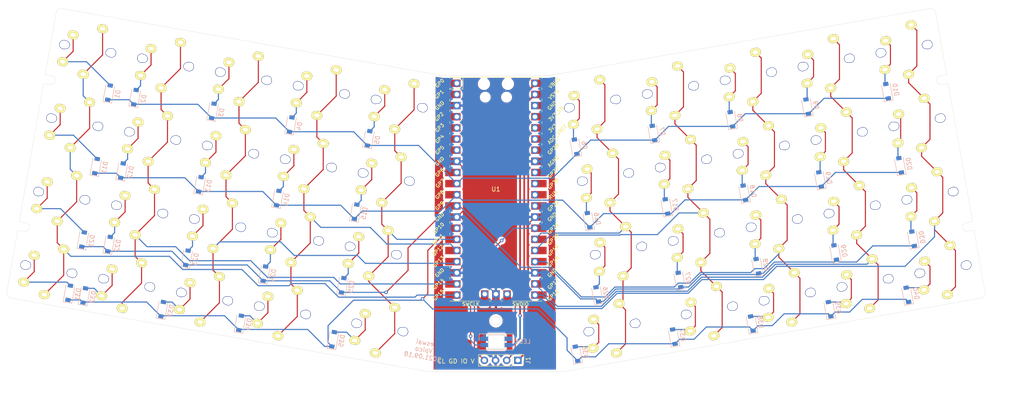
<source format=kicad_pcb>
(kicad_pcb (version 20171130) (host pcbnew "(5.1.10-1-10_14)")
  (layers (0 F.Cu signal) (31 B.Cu signal) (34 B.Paste user) (35 F.Paste user) (36 B.SilkS user) (37 F.SilkS user) (38 B.Mask user) (39 F.Mask user) (44 Edge.Cuts user))
  (net 0 "")
  (net 1 "Net-(D1-Pad2)")
  (net 2 "Net-(D2-Pad2)")
  (net 3 "Net-(D3-Pad2)")
  (net 4 "Net-(D4-Pad2)")
  (net 5 "Net-(D5-Pad2)")
  (net 6 "Net-(D6-Pad2)")
  (net 7 "Net-(D7-Pad2)")
  (net 8 "Net-(D8-Pad2)")
  (net 9 "Net-(D9-Pad2)")
  (net 10 "Net-(D10-Pad2)")
  (net 11 "Net-(D11-Pad2)")
  (net 12 "Net-(D12-Pad2)")
  (net 13 "Net-(D13-Pad2)")
  (net 14 "Net-(D14-Pad2)")
  (net 15 "Net-(D15-Pad2)")
  (net 16 "Net-(D16-Pad2)")
  (net 17 "Net-(D17-Pad2)")
  (net 18 "Net-(D18-Pad2)")
  (net 19 "Net-(D19-Pad2)")
  (net 20 "Net-(D20-Pad2)")
  (net 21 "Net-(D21-Pad2)")
  (net 22 "Net-(D22-Pad2)")
  (net 23 "Net-(D23-Pad2)")
  (net 24 "Net-(D24-Pad2)")
  (net 25 "Net-(D25-Pad2)")
  (net 26 "Net-(D26-Pad2)")
  (net 27 "Net-(D27-Pad2)")
  (net 28 "Net-(D28-Pad2)")
  (net 29 "Net-(D29-Pad2)")
  (net 30 "Net-(D30-Pad2)")
  (net 31 "Net-(D31-Pad2)")
  (net 32 "Net-(D32-Pad2)")
  (net 33 "Net-(D33-Pad2)")
  (net 34 "Net-(D34-Pad2)")
  (net 35 "Net-(D35-Pad2)")
  (net 36 "Net-(D36-Pad2)")
  (net 37 "Net-(D37-Pad2)")
  (net 38 "Net-(D38-Pad2)")
  (net 39 "Net-(D39-Pad2)")
  (net 40 "Net-(D40-Pad2)")
  (net 41 "Net-(U1-Pad29)")
  (net 42 "Net-(U1-Pad30)")
  (net 43 "Net-(U1-Pad31)")
  (net 44 "Net-(U1-Pad32)")
  (net 45 "Net-(U1-Pad34)")
  (net 46 "Net-(U1-Pad35)")
  (net 47 "Net-(U1-Pad36)")
  (net 48 "Net-(U1-Pad37)")
  (net 49 "Net-(U1-Pad9)")
  (net 50 "Net-(U1-Pad7)")
  (net 51 "Net-(U1-Pad6)")
  (net 52 "Net-(U1-Pad5)")
  (net 53 "Net-(U1-Pad4)")
  (net 54 "Net-(U1-Pad2)")
  (net 55 "Net-(U1-Pad1)")
  (net 56 R1)
  (net 57 R2)
  (net 58 R3)
  (net 59 R4)
  (net 60 "Net-(J1-Pad4)")
  (net 61 GND)
  (net 62 "Net-(J1-Pad2)")
  (net 63 VCC)
  (net 64 C1)
  (net 65 C2)
  (net 66 C3)
  (net 67 C4)
  (net 68 C5)
  (net 69 C6)
  (net 70 C7)
  (net 71 C8)
  (net 72 C9)
  (net 73 C10)
  (net 74 "Net-(LED1-Pad2)")
  (net 75 LED)
  (net 76 "Net-(U1-Pad38)")
  (net 77 VIN)
  (module kbd:YS-SK6812MINI-E (layer B.Cu) (at 184.1 139.3)
    (fp_text reference LED1 (at 6 -0.1) (layer B.SilkS) (effects (justify mirror)))
    (fp_text value YS-SK6812MINI-E)
    (fp_line (start 1.8 1.55) (end -1.8 1.55) (layer Edge.Cuts) (width 0.12))
    (fp_line (start 1.8 -1.55) (end 1.8 1.55) (layer Edge.Cuts) (width 0.12))
    (fp_line (start -1.8 -1.55) (end 1.8 -1.55) (layer Edge.Cuts) (width 0.12))
    (fp_line (start -1.8 1.55) (end -1.8 -1.55) (layer Edge.Cuts) (width 0.12))
    (pad 2 smd rect (at 2.75 -0.7) (size 1.7 1) (layers B.Cu B.Paste B.Mask) (net 74 "Net-(LED1-Pad2)"))
    (pad 1 smd rect (at 2.75 0.7) (size 1.7 1) (layers B.Cu B.Paste B.Mask) (net 63 VCC))
    (pad 3 smd rect (at -2.75 -0.7) (size 1.7 1) (layers B.Cu B.Paste B.Mask) (net 61 GND))
    (pad 4 smd rect (at -2.75 0.7) (size 1.7 1) (layers B.Cu B.Paste B.Mask) (net 75 LED))
  )
  (module Diode_SMD:D_SOD-123 (layer B.Cu) (at 278.956587 115.79913 100)
    (fp_text reference D30 (at 0 2 280) (layer B.SilkS) (effects (justify mirror)))
    (fp_text value D)
    (pad 2 smd rect (at 1.65 0 100) (size 0.9 1.2) (layers B.Cu B.Paste B.Mask) (net 30 "Net-(D30-Pad2)"))
    (pad 1 smd rect (at -1.65 0 100) (size 0.9 1.2) (layers B.Cu B.Paste B.Mask) (net 58 R3))
  )
  (module kbd:CherryMX_Choc_1u (layer F.Cu) (at 282.810196 105.980795 10)
    (fp_text reference SW30 hide)
    (fp_text value SW_Push hide)
    (pad 1 thru_hole oval (at -5.1 3.9 10) (size 2.5 2) (drill oval 1.2 0.8) (layers *.Cu F.SilkS B.Mask) (net 30 "Net-(D30-Pad2)"))
    (pad "" np_thru_hole circle (at 0 0 100) (size 4 4) (drill 4) (layers *.Cu *.Mask))
    (pad "" np_thru_hole circle (at -5.5 0 100) (size 2.1 2.1) (drill 1.9) (layers *.Cu *.Mask))
    (pad "" np_thru_hole circle (at 5.5 0 100) (size 2.1 2.1) (drill 1.9) (layers *.Cu *.Mask))
    (pad 2 thru_hole oval (at 0 5.9 10) (size 2.5 2) (drill oval 1.2 0.8) (layers *.Cu F.SilkS B.Mask) (net 73 C10))
    (pad 2 thru_hole oval (at 2.54 -5.08 10) (size 2.5 2) (drill oval 1.2 0.8) (layers *.Cu F.SilkS B.Mask) (net 73 C10))
    (pad 1 thru_hole oval (at -3.81 -2.54 10) (size 2.5 2) (drill oval 1.2 0.8) (layers *.Cu F.SilkS B.Mask) (net 30 "Net-(D30-Pad2)"))
    (pad "" np_thru_hole circle (at 5.08 0 10) (size 1.9 1.9) (drill 1.7) (layers *.Cu *.Mask))
    (pad "" np_thru_hole circle (at -5.08 0 10) (size 1.9 1.9) (drill 1.7) (layers *.Cu *.Mask))
  )
  (module Diode_SMD:D_SOD-123 (layer B.Cu) (at 131.303322 123.758405 80)
    (fp_text reference D24 (at 0 2 260) (layer B.SilkS) (effects (justify mirror)))
    (fp_text value D)
    (pad 2 smd rect (at 1.65 0 80) (size 0.9 1.2) (layers B.Cu B.Paste B.Mask) (net 24 "Net-(D24-Pad2)"))
    (pad 1 smd rect (at -1.65 0 80) (size 0.9 1.2) (layers B.Cu B.Paste B.Mask) (net 58 R3))
  )
  (module Diode_SMD:D_SOD-123 (layer B.Cu) (at 207.065621 128.475447 100)
    (fp_text reference D26 (at 0 2 280) (layer B.SilkS) (effects (justify mirror)))
    (fp_text value D)
    (pad 2 smd rect (at 1.65 0 100) (size 0.9 1.2) (layers B.Cu B.Paste B.Mask) (net 26 "Net-(D26-Pad2)"))
    (pad 1 smd rect (at -1.65 0 100) (size 0.9 1.2) (layers B.Cu B.Paste B.Mask) (net 58 R3))
  )
  (module kbd:CherryMX_Choc_1u (layer F.Cu) (at 211.904038 118.483464 10)
    (fp_text reference SW26 hide)
    (fp_text value SW_Push hide)
    (pad 1 thru_hole oval (at -5.1 3.9 10) (size 2.5 2) (drill oval 1.2 0.8) (layers *.Cu F.SilkS B.Mask) (net 26 "Net-(D26-Pad2)"))
    (pad "" np_thru_hole circle (at 0 0 100) (size 4 4) (drill 4) (layers *.Cu *.Mask))
    (pad "" np_thru_hole circle (at -5.5 0 100) (size 2.1 2.1) (drill 1.9) (layers *.Cu *.Mask))
    (pad "" np_thru_hole circle (at 5.5 0 100) (size 2.1 2.1) (drill 1.9) (layers *.Cu *.Mask))
    (pad 2 thru_hole oval (at 0 5.9 10) (size 2.5 2) (drill oval 1.2 0.8) (layers *.Cu F.SilkS B.Mask) (net 69 C6))
    (pad 2 thru_hole oval (at 2.54 -5.08 10) (size 2.5 2) (drill oval 1.2 0.8) (layers *.Cu F.SilkS B.Mask) (net 69 C6))
    (pad 1 thru_hole oval (at -3.81 -2.54 10) (size 2.5 2) (drill oval 1.2 0.8) (layers *.Cu F.SilkS B.Mask) (net 26 "Net-(D26-Pad2)"))
    (pad "" np_thru_hole circle (at 5.08 0 10) (size 1.9 1.9) (drill 1.7) (layers *.Cu *.Mask))
    (pad "" np_thru_hole circle (at -5.08 0 10) (size 1.9 1.9) (drill 1.7) (layers *.Cu *.Mask))
  )
  (module Diode_SMD:D_SOD-123 (layer B.Cu) (at 125.772717 134.968329 80)
    (fp_text reference D34 (at 0 2 260) (layer B.SilkS) (effects (justify mirror)))
    (fp_text value D)
    (pad 2 smd rect (at 1.65 0 80) (size 0.9 1.2) (layers B.Cu B.Paste B.Mask) (net 34 "Net-(D34-Pad2)"))
    (pad 1 smd rect (at -1.65 0 80) (size 0.9 1.2) (layers B.Cu B.Paste B.Mask) (net 59 R4))
  )
  (module kbd:CherryMX_Choc_1u (layer F.Cu) (at 99.964324 125.848194 350)
    (fp_text reference SW32 hide)
    (fp_text value SW_Push hide)
    (pad 1 thru_hole oval (at -5.1 3.9 350) (size 2.5 2) (drill oval 1.2 0.8) (layers *.Cu F.SilkS B.Mask) (net 32 "Net-(D32-Pad2)"))
    (pad "" np_thru_hole circle (at 0 0 80) (size 4 4) (drill 4) (layers *.Cu *.Mask))
    (pad "" np_thru_hole circle (at -5.5 0 80) (size 2.1 2.1) (drill 1.9) (layers *.Cu *.Mask))
    (pad "" np_thru_hole circle (at 5.5 0 80) (size 2.1 2.1) (drill 1.9) (layers *.Cu *.Mask))
    (pad 2 thru_hole oval (at 0 5.9 350) (size 2.5 2) (drill oval 1.2 0.8) (layers *.Cu F.SilkS B.Mask) (net 65 C2))
    (pad 2 thru_hole oval (at 2.54 -5.08 350) (size 2.5 2) (drill oval 1.2 0.8) (layers *.Cu F.SilkS B.Mask) (net 65 C2))
    (pad 1 thru_hole oval (at -3.81 -2.54 350) (size 2.5 2) (drill oval 1.2 0.8) (layers *.Cu F.SilkS B.Mask) (net 32 "Net-(D32-Pad2)"))
    (pad "" np_thru_hole circle (at 5.08 0 350) (size 1.9 1.9) (drill 1.7) (layers *.Cu *.Mask))
    (pad "" np_thru_hole circle (at -5.08 0 350) (size 1.9 1.9) (drill 1.7) (layers *.Cu *.Mask))
  )
  (module Connector_PinHeader_2.54mm:PinHeader_1x04_P2.54mm_Vertical (layer F.Cu) (at 189 143.5 270)
    (fp_text reference J1 (at 0 -2.33 90) (layer F.SilkS))
    (fp_text value Conn_01x04)
    (pad 4 thru_hole oval (at 0 7.62 270) (size 1.7 1.7) (drill 1) (layers *.Cu *.Mask) (net 60 "Net-(J1-Pad4)"))
    (pad 3 thru_hole oval (at 0 5.08 270) (size 1.7 1.7) (drill 1) (layers *.Cu *.Mask) (net 61 GND))
    (pad 2 thru_hole oval (at 0 2.54 270) (size 1.7 1.7) (drill 1) (layers *.Cu *.Mask) (net 62 "Net-(J1-Pad2)"))
    (pad 1 thru_hole rect (at 0 0 270) (size 1.7 1.7) (drill 1) (layers *.Cu *.Mask) (net 77 VIN))
  )
  (module kbd:CherryMX_Choc_1.5u (layer F.Cu) (at 210.424422 136.006612 10)
    (fp_text reference SW36 hide)
    (fp_text value SW_Push hide)
    (pad "" np_thru_hole circle (at -5.08 0 10) (size 1.9 1.9) (drill 1.7) (layers *.Cu *.Mask))
    (pad "" np_thru_hole circle (at 5.08 0 10) (size 1.9 1.9) (drill 1.7) (layers *.Cu *.Mask))
    (pad 1 thru_hole oval (at -3.81 -2.54 10) (size 2.5 2) (drill oval 1.2 0.8) (layers *.Cu F.SilkS B.Mask) (net 36 "Net-(D36-Pad2)"))
    (pad 2 thru_hole oval (at 2.54 -5.08 10) (size 2.5 2) (drill oval 1.2 0.8) (layers *.Cu F.SilkS B.Mask) (net 69 C6))
    (pad 2 thru_hole oval (at 0 5.9 10) (size 2.5 2) (drill oval 1.2 0.8) (layers *.Cu F.SilkS B.Mask) (net 69 C6))
    (pad "" np_thru_hole circle (at 5.5 0 100) (size 2.1 2.1) (drill 1.9) (layers *.Cu *.Mask))
    (pad "" np_thru_hole circle (at -5.5 0 100) (size 2.1 2.1) (drill 1.9) (layers *.Cu *.Mask))
    (pad "" np_thru_hole circle (at 0 0 100) (size 4 4) (drill 4) (layers *.Cu *.Mask))
    (pad 1 thru_hole oval (at -5.1 3.9 10) (size 2.5 2) (drill oval 1.2 0.8) (layers *.Cu F.SilkS B.Mask) (net 36 "Net-(D36-Pad2)"))
  )
  (module kbd:CherryMX_Choc_1.5u (layer F.Cu) (at 157.575578 136.006612 350)
    (fp_text reference SW35 hide)
    (fp_text value SW_Push hide)
    (pad "" np_thru_hole circle (at -5.08 0 350) (size 1.9 1.9) (drill 1.7) (layers *.Cu *.Mask))
    (pad "" np_thru_hole circle (at 5.08 0 350) (size 1.9 1.9) (drill 1.7) (layers *.Cu *.Mask))
    (pad 1 thru_hole oval (at -3.81 -2.54 350) (size 2.5 2) (drill oval 1.2 0.8) (layers *.Cu F.SilkS B.Mask) (net 35 "Net-(D35-Pad2)"))
    (pad 2 thru_hole oval (at 2.54 -5.08 350) (size 2.5 2) (drill oval 1.2 0.8) (layers *.Cu F.SilkS B.Mask) (net 68 C5))
    (pad 2 thru_hole oval (at 0 5.9 350) (size 2.5 2) (drill oval 1.2 0.8) (layers *.Cu F.SilkS B.Mask) (net 68 C5))
    (pad "" np_thru_hole circle (at 5.5 0 80) (size 2.1 2.1) (drill 1.9) (layers *.Cu *.Mask))
    (pad "" np_thru_hole circle (at -5.5 0 80) (size 2.1 2.1) (drill 1.9) (layers *.Cu *.Mask))
    (pad "" np_thru_hole circle (at 0 0 80) (size 4 4) (drill 4) (layers *.Cu *.Mask))
    (pad 1 thru_hole oval (at -5.1 3.9 350) (size 2.5 2) (drill oval 1.2 0.8) (layers *.Cu F.SilkS B.Mask) (net 35 "Net-(D35-Pad2)"))
  )
  (module MCU_RaspberryPi_and_Boards:RPi_Pico_SMD_TH (layer F.Cu) (at 184 104.5)
    (fp_text reference U1 (at 0 0) (layer F.SilkS))
    (fp_text value Pico)
    (fp_text user SWDIO (at 5.6 26.2) (layer F.SilkS) (effects (font (size 0.8 0.8))))
    (fp_text user SWCLK (at -5.7 26.2) (layer F.SilkS) (effects (font (size 0.8 0.8))))
    (fp_text user AGND (at 13.054 -6.35 45) (layer F.SilkS) (effects (font (size 0.8 0.8))))
    (fp_text user GND (at 12.8 -19.05 45) (layer F.SilkS) (effects (font (size 0.8 0.8))))
    (fp_text user GND (at 12.8 6.35 45) (layer F.SilkS) (effects (font (size 0.8 0.8))))
    (fp_text user GND (at 12.8 19.05 45) (layer F.SilkS) (effects (font (size 0.8 0.8))))
    (fp_text user GND (at -12.8 19.05 45) (layer F.SilkS) (effects (font (size 0.8 0.8))))
    (fp_text user GND (at -12.8 6.35 45) (layer F.SilkS) (effects (font (size 0.8 0.8))))
    (fp_text user GND (at -12.8 -6.35 45) (layer F.SilkS) (effects (font (size 0.8 0.8))))
    (fp_text user GND (at -12.8 -19.05 45) (layer F.SilkS) (effects (font (size 0.8 0.8))))
    (fp_text user VBUS (at 13.3 -24.2 45) (layer F.SilkS) (effects (font (size 0.8 0.8))))
    (fp_text user VSYS (at 13.2 -21.59 45) (layer F.SilkS) (effects (font (size 0.8 0.8))))
    (fp_text user 3V3_EN (at 13.7 -17.2 45) (layer F.SilkS) (effects (font (size 0.8 0.8))))
    (fp_text user 3V3 (at 12.9 -13.9 45) (layer F.SilkS) (effects (font (size 0.8 0.8))))
    (fp_text user ADC_VREF (at 14 -12.5 45) (layer F.SilkS) (effects (font (size 0.8 0.8))))
    (fp_text user GP28 (at 13.054 -9.144 45) (layer F.SilkS) (effects (font (size 0.8 0.8))))
    (fp_text user GP27 (at 13.054 -3.8 45) (layer F.SilkS) (effects (font (size 0.8 0.8))))
    (fp_text user GP26 (at 13.054 -1.27 45) (layer F.SilkS) (effects (font (size 0.8 0.8))))
    (fp_text user RUN (at 13 1.27 45) (layer F.SilkS) (effects (font (size 0.8 0.8))))
    (fp_text user GP22 (at 13.054 3.81 45) (layer F.SilkS) (effects (font (size 0.8 0.8))))
    (fp_text user GP21 (at 13.054 8.9 45) (layer F.SilkS) (effects (font (size 0.8 0.8))))
    (fp_text user GP20 (at 13.054 11.43 45) (layer F.SilkS) (effects (font (size 0.8 0.8))))
    (fp_text user GP19 (at 13.054 13.97 45) (layer F.SilkS) (effects (font (size 0.8 0.8))))
    (fp_text user GP18 (at 13.054 16.51 45) (layer F.SilkS) (effects (font (size 0.8 0.8))))
    (fp_text user GP17 (at 13.054 21.59 45) (layer F.SilkS) (effects (font (size 0.8 0.8))))
    (fp_text user GP16 (at 13.054 24.13 45) (layer F.SilkS) (effects (font (size 0.8 0.8))))
    (fp_text user GP15 (at -13.054 24.13 45) (layer F.SilkS) (effects (font (size 0.8 0.8))))
    (fp_text user GP14 (at -13.1 21.59 45) (layer F.SilkS) (effects (font (size 0.8 0.8))))
    (fp_text user GP13 (at -13.054 16.51 45) (layer F.SilkS) (effects (font (size 0.8 0.8))))
    (fp_text user GP12 (at -13.2 13.97 45) (layer F.SilkS) (effects (font (size 0.8 0.8))))
    (fp_text user GP11 (at -13.2 11.43 45) (layer F.SilkS) (effects (font (size 0.8 0.8))))
    (fp_text user GP10 (at -13.054 8.89 45) (layer F.SilkS) (effects (font (size 0.8 0.8))))
    (fp_text user GP9 (at -12.8 3.81 45) (layer F.SilkS) (effects (font (size 0.8 0.8))))
    (fp_text user GP8 (at -12.8 1.27 45) (layer F.SilkS) (effects (font (size 0.8 0.8))))
    (fp_text user GP7 (at -12.7 -1.3 45) (layer F.SilkS) (effects (font (size 0.8 0.8))))
    (fp_text user GP6 (at -12.8 -3.81 45) (layer F.SilkS) (effects (font (size 0.8 0.8))))
    (fp_text user GP5 (at -12.8 -8.89 45) (layer F.SilkS) (effects (font (size 0.8 0.8))))
    (fp_text user GP4 (at -12.8 -11.43 45) (layer F.SilkS) (effects (font (size 0.8 0.8))))
    (fp_text user GP3 (at -12.8 -13.97 45) (layer F.SilkS) (effects (font (size 0.8 0.8))))
    (fp_text user GP0 (at -12.8 -24.13 45) (layer F.SilkS) (effects (font (size 0.8 0.8))))
    (fp_text user GP2 (at -12.9 -16.51 45) (layer F.SilkS) (effects (font (size 0.8 0.8))))
    (fp_text user GP1 (at -12.9 -21.6 45) (layer F.SilkS) (effects (font (size 0.8 0.8))))
    (pad 43 thru_hole oval (at 2.54 23.9) (size 1.7 1.7) (drill 1.02) (layers *.Cu *.Mask) (net 62 "Net-(J1-Pad2)"))
    (pad 43 smd rect (at 2.54 23.9 90) (size 3.5 1.7) (drill (offset -0.9 0)) (layers F.Cu F.Mask) (net 62 "Net-(J1-Pad2)"))
    (pad 42 thru_hole rect (at 0 23.9) (size 1.7 1.7) (drill 1.02) (layers *.Cu *.Mask) (net 61 GND))
    (pad 42 smd rect (at 0 23.9 90) (size 3.5 1.7) (drill (offset -0.9 0)) (layers F.Cu F.Mask) (net 61 GND))
    (pad 41 thru_hole oval (at -2.54 23.9) (size 1.7 1.7) (drill 1.02) (layers *.Cu *.Mask) (net 60 "Net-(J1-Pad4)"))
    (pad 41 smd rect (at -2.54 23.9 90) (size 3.5 1.7) (drill (offset -0.9 0)) (layers F.Cu F.Mask) (net 60 "Net-(J1-Pad4)"))
    (pad "" np_thru_hole oval (at 2.425 -20.97) (size 1.5 1.5) (drill 1.5) (layers *.Cu *.Mask))
    (pad "" np_thru_hole oval (at -2.425 -20.97) (size 1.5 1.5) (drill 1.5) (layers *.Cu *.Mask))
    (pad "" np_thru_hole oval (at 2.725 -24) (size 1.8 1.8) (drill 1.8) (layers *.Cu *.Mask))
    (pad "" np_thru_hole oval (at -2.725 -24) (size 1.8 1.8) (drill 1.8) (layers *.Cu *.Mask))
    (pad 21 smd rect (at 8.89 24.13) (size 3.5 1.7) (drill (offset 0.9 0)) (layers F.Cu F.Mask) (net 73 C10))
    (pad 22 smd rect (at 8.89 21.59) (size 3.5 1.7) (drill (offset 0.9 0)) (layers F.Cu F.Mask) (net 72 C9))
    (pad 23 smd rect (at 8.89 19.05) (size 3.5 1.7) (drill (offset 0.9 0)) (layers F.Cu F.Mask) (net 61 GND))
    (pad 24 smd rect (at 8.89 16.51) (size 3.5 1.7) (drill (offset 0.9 0)) (layers F.Cu F.Mask) (net 71 C8))
    (pad 25 smd rect (at 8.89 13.97) (size 3.5 1.7) (drill (offset 0.9 0)) (layers F.Cu F.Mask) (net 70 C7))
    (pad 26 smd rect (at 8.89 11.43) (size 3.5 1.7) (drill (offset 0.9 0)) (layers F.Cu F.Mask) (net 69 C6))
    (pad 27 smd rect (at 8.89 8.89) (size 3.5 1.7) (drill (offset 0.9 0)) (layers F.Cu F.Mask) (net 75 LED))
    (pad 28 smd rect (at 8.89 6.35) (size 3.5 1.7) (drill (offset 0.9 0)) (layers F.Cu F.Mask) (net 61 GND))
    (pad 29 smd rect (at 8.89 3.81) (size 3.5 1.7) (drill (offset 0.9 0)) (layers F.Cu F.Mask) (net 41 "Net-(U1-Pad29)"))
    (pad 30 smd rect (at 8.89 1.27) (size 3.5 1.7) (drill (offset 0.9 0)) (layers F.Cu F.Mask) (net 42 "Net-(U1-Pad30)"))
    (pad 31 smd rect (at 8.89 -1.27) (size 3.5 1.7) (drill (offset 0.9 0)) (layers F.Cu F.Mask) (net 43 "Net-(U1-Pad31)"))
    (pad 32 smd rect (at 8.89 -3.81) (size 3.5 1.7) (drill (offset 0.9 0)) (layers F.Cu F.Mask) (net 44 "Net-(U1-Pad32)"))
    (pad 33 smd rect (at 8.89 -6.35) (size 3.5 1.7) (drill (offset 0.9 0)) (layers F.Cu F.Mask) (net 61 GND))
    (pad 34 smd rect (at 8.89 -8.89) (size 3.5 1.7) (drill (offset 0.9 0)) (layers F.Cu F.Mask) (net 45 "Net-(U1-Pad34)"))
    (pad 35 smd rect (at 8.89 -11.43) (size 3.5 1.7) (drill (offset 0.9 0)) (layers F.Cu F.Mask) (net 46 "Net-(U1-Pad35)"))
    (pad 36 smd rect (at 8.89 -13.97) (size 3.5 1.7) (drill (offset 0.9 0)) (layers F.Cu F.Mask) (net 47 "Net-(U1-Pad36)"))
    (pad 37 smd rect (at 8.89 -16.51) (size 3.5 1.7) (drill (offset 0.9 0)) (layers F.Cu F.Mask) (net 48 "Net-(U1-Pad37)"))
    (pad 38 smd rect (at 8.89 -19.05) (size 3.5 1.7) (drill (offset 0.9 0)) (layers F.Cu F.Mask) (net 76 "Net-(U1-Pad38)"))
    (pad 39 smd rect (at 8.89 -21.59) (size 3.5 1.7) (drill (offset 0.9 0)) (layers F.Cu F.Mask) (net 77 VIN))
    (pad 40 smd rect (at 8.89 -24.13) (size 3.5 1.7) (drill (offset 0.9 0)) (layers F.Cu F.Mask) (net 63 VCC))
    (pad 20 smd rect (at -8.89 24.13) (size 3.5 1.7) (drill (offset -0.9 0)) (layers F.Cu F.Mask) (net 64 C1))
    (pad 19 smd rect (at -8.89 21.59) (size 3.5 1.7) (drill (offset -0.9 0)) (layers F.Cu F.Mask) (net 65 C2))
    (pad 18 smd rect (at -8.89 19.05) (size 3.5 1.7) (drill (offset -0.9 0)) (layers F.Cu F.Mask) (net 61 GND))
    (pad 17 smd rect (at -8.89 16.51) (size 3.5 1.7) (drill (offset -0.9 0)) (layers F.Cu F.Mask) (net 66 C3))
    (pad 16 smd rect (at -8.89 13.97) (size 3.5 1.7) (drill (offset -0.9 0)) (layers F.Cu F.Mask) (net 67 C4))
    (pad 15 smd rect (at -8.89 11.43) (size 3.5 1.7) (drill (offset -0.9 0)) (layers F.Cu F.Mask) (net 68 C5))
    (pad 14 smd rect (at -8.89 8.89) (size 3.5 1.7) (drill (offset -0.9 0)) (layers F.Cu F.Mask) (net 59 R4))
    (pad 13 smd rect (at -8.89 6.35) (size 3.5 1.7) (drill (offset -0.9 0)) (layers F.Cu F.Mask) (net 61 GND))
    (pad 12 smd rect (at -8.89 3.81) (size 3.5 1.7) (drill (offset -0.9 0)) (layers F.Cu F.Mask) (net 58 R3))
    (pad 11 smd rect (at -8.89 1.27) (size 3.5 1.7) (drill (offset -0.9 0)) (layers F.Cu F.Mask) (net 57 R2))
    (pad 10 smd rect (at -8.89 -1.27) (size 3.5 1.7) (drill (offset -0.9 0)) (layers F.Cu F.Mask) (net 56 R1))
    (pad 9 smd rect (at -8.89 -3.81) (size 3.5 1.7) (drill (offset -0.9 0)) (layers F.Cu F.Mask) (net 49 "Net-(U1-Pad9)"))
    (pad 8 smd rect (at -8.89 -6.35) (size 3.5 1.7) (drill (offset -0.9 0)) (layers F.Cu F.Mask) (net 61 GND))
    (pad 7 smd rect (at -8.89 -8.89) (size 3.5 1.7) (drill (offset -0.9 0)) (layers F.Cu F.Mask) (net 50 "Net-(U1-Pad7)"))
    (pad 6 smd rect (at -8.89 -11.43) (size 3.5 1.7) (drill (offset -0.9 0)) (layers F.Cu F.Mask) (net 51 "Net-(U1-Pad6)"))
    (pad 5 smd rect (at -8.89 -13.97) (size 3.5 1.7) (drill (offset -0.9 0)) (layers F.Cu F.Mask) (net 52 "Net-(U1-Pad5)"))
    (pad 4 smd rect (at -8.89 -16.51) (size 3.5 1.7) (drill (offset -0.9 0)) (layers F.Cu F.Mask) (net 53 "Net-(U1-Pad4)"))
    (pad 3 smd rect (at -8.89 -19.05) (size 3.5 1.7) (drill (offset -0.9 0)) (layers F.Cu F.Mask) (net 61 GND))
    (pad 2 smd rect (at -8.89 -21.59) (size 3.5 1.7) (drill (offset -0.9 0)) (layers F.Cu F.Mask) (net 54 "Net-(U1-Pad2)"))
    (pad 1 smd rect (at -8.89 -24.13) (size 3.5 1.7) (drill (offset -0.9 0)) (layers F.Cu F.Mask) (net 55 "Net-(U1-Pad1)"))
    (pad 40 thru_hole oval (at 8.89 -24.13) (size 1.7 1.7) (drill 1.02) (layers *.Cu *.Mask) (net 63 VCC))
    (pad 39 thru_hole oval (at 8.89 -21.59) (size 1.7 1.7) (drill 1.02) (layers *.Cu *.Mask) (net 77 VIN))
    (pad 38 thru_hole rect (at 8.89 -19.05) (size 1.7 1.7) (drill 1.02) (layers *.Cu *.Mask) (net 76 "Net-(U1-Pad38)"))
    (pad 37 thru_hole oval (at 8.89 -16.51) (size 1.7 1.7) (drill 1.02) (layers *.Cu *.Mask) (net 48 "Net-(U1-Pad37)"))
    (pad 36 thru_hole oval (at 8.89 -13.97) (size 1.7 1.7) (drill 1.02) (layers *.Cu *.Mask) (net 47 "Net-(U1-Pad36)"))
    (pad 35 thru_hole oval (at 8.89 -11.43) (size 1.7 1.7) (drill 1.02) (layers *.Cu *.Mask) (net 46 "Net-(U1-Pad35)"))
    (pad 34 thru_hole oval (at 8.89 -8.89) (size 1.7 1.7) (drill 1.02) (layers *.Cu *.Mask) (net 45 "Net-(U1-Pad34)"))
    (pad 33 thru_hole rect (at 8.89 -6.35) (size 1.7 1.7) (drill 1.02) (layers *.Cu *.Mask) (net 61 GND))
    (pad 32 thru_hole oval (at 8.89 -3.81) (size 1.7 1.7) (drill 1.02) (layers *.Cu *.Mask) (net 44 "Net-(U1-Pad32)"))
    (pad 31 thru_hole oval (at 8.89 -1.27) (size 1.7 1.7) (drill 1.02) (layers *.Cu *.Mask) (net 43 "Net-(U1-Pad31)"))
    (pad 30 thru_hole oval (at 8.89 1.27) (size 1.7 1.7) (drill 1.02) (layers *.Cu *.Mask) (net 42 "Net-(U1-Pad30)"))
    (pad 29 thru_hole oval (at 8.89 3.81) (size 1.7 1.7) (drill 1.02) (layers *.Cu *.Mask) (net 41 "Net-(U1-Pad29)"))
    (pad 28 thru_hole rect (at 8.89 6.35) (size 1.7 1.7) (drill 1.02) (layers *.Cu *.Mask) (net 61 GND))
    (pad 27 thru_hole oval (at 8.89 8.89) (size 1.7 1.7) (drill 1.02) (layers *.Cu *.Mask) (net 75 LED))
    (pad 26 thru_hole oval (at 8.89 11.43) (size 1.7 1.7) (drill 1.02) (layers *.Cu *.Mask) (net 69 C6))
    (pad 25 thru_hole oval (at 8.89 13.97) (size 1.7 1.7) (drill 1.02) (layers *.Cu *.Mask) (net 70 C7))
    (pad 24 thru_hole oval (at 8.89 16.51) (size 1.7 1.7) (drill 1.02) (layers *.Cu *.Mask) (net 71 C8))
    (pad 23 thru_hole rect (at 8.89 19.05) (size 1.7 1.7) (drill 1.02) (layers *.Cu *.Mask) (net 61 GND))
    (pad 22 thru_hole oval (at 8.89 21.59) (size 1.7 1.7) (drill 1.02) (layers *.Cu *.Mask) (net 72 C9))
    (pad 21 thru_hole oval (at 8.89 24.13) (size 1.7 1.7) (drill 1.02) (layers *.Cu *.Mask) (net 73 C10))
    (pad 20 thru_hole oval (at -8.89 24.13) (size 1.7 1.7) (drill 1.02) (layers *.Cu *.Mask) (net 64 C1))
    (pad 19 thru_hole oval (at -8.89 21.59) (size 1.7 1.7) (drill 1.02) (layers *.Cu *.Mask) (net 65 C2))
    (pad 18 thru_hole rect (at -8.89 19.05) (size 1.7 1.7) (drill 1.02) (layers *.Cu *.Mask) (net 61 GND))
    (pad 17 thru_hole oval (at -8.89 16.51) (size 1.7 1.7) (drill 1.02) (layers *.Cu *.Mask) (net 66 C3))
    (pad 16 thru_hole oval (at -8.89 13.97) (size 1.7 1.7) (drill 1.02) (layers *.Cu *.Mask) (net 67 C4))
    (pad 15 thru_hole oval (at -8.89 11.43) (size 1.7 1.7) (drill 1.02) (layers *.Cu *.Mask) (net 68 C5))
    (pad 14 thru_hole oval (at -8.89 8.89) (size 1.7 1.7) (drill 1.02) (layers *.Cu *.Mask) (net 59 R4))
    (pad 13 thru_hole rect (at -8.89 6.35) (size 1.7 1.7) (drill 1.02) (layers *.Cu *.Mask) (net 61 GND))
    (pad 12 thru_hole oval (at -8.89 3.81) (size 1.7 1.7) (drill 1.02) (layers *.Cu *.Mask) (net 58 R3))
    (pad 11 thru_hole oval (at -8.89 1.27) (size 1.7 1.7) (drill 1.02) (layers *.Cu *.Mask) (net 57 R2))
    (pad 10 thru_hole oval (at -8.89 -1.27) (size 1.7 1.7) (drill 1.02) (layers *.Cu *.Mask) (net 56 R1))
    (pad 9 thru_hole oval (at -8.89 -3.81) (size 1.7 1.7) (drill 1.02) (layers *.Cu *.Mask) (net 49 "Net-(U1-Pad9)"))
    (pad 8 thru_hole rect (at -8.89 -6.35) (size 1.7 1.7) (drill 1.02) (layers *.Cu *.Mask) (net 61 GND))
    (pad 7 thru_hole oval (at -8.89 -8.89) (size 1.7 1.7) (drill 1.02) (layers *.Cu *.Mask) (net 50 "Net-(U1-Pad7)"))
    (pad 6 thru_hole oval (at -8.89 -11.43) (size 1.7 1.7) (drill 1.02) (layers *.Cu *.Mask) (net 51 "Net-(U1-Pad6)"))
    (pad 5 thru_hole oval (at -8.89 -13.97) (size 1.7 1.7) (drill 1.02) (layers *.Cu *.Mask) (net 52 "Net-(U1-Pad5)"))
    (pad 4 thru_hole oval (at -8.89 -16.51) (size 1.7 1.7) (drill 1.02) (layers *.Cu *.Mask) (net 53 "Net-(U1-Pad4)"))
    (pad 3 thru_hole rect (at -8.89 -19.05) (size 1.7 1.7) (drill 1.02) (layers *.Cu *.Mask) (net 61 GND))
    (pad 2 thru_hole oval (at -8.89 -21.59) (size 1.7 1.7) (drill 1.02) (layers *.Cu *.Mask) (net 54 "Net-(U1-Pad2)"))
    (pad 1 thru_hole oval (at -8.89 -24.13) (size 1.7 1.7) (drill 1.02) (layers *.Cu *.Mask) (net 55 "Net-(U1-Pad1)"))
  )
  (module kbd:CherryMX_Choc_1u (layer F.Cu) (at 285.762215 122.722527 10)
    (fp_text reference SW40 hide)
    (fp_text value SW_Push hide)
    (pad 1 thru_hole oval (at -5.1 3.9 10) (size 2.5 2) (drill oval 1.2 0.8) (layers *.Cu F.SilkS B.Mask) (net 40 "Net-(D40-Pad2)"))
    (pad "" np_thru_hole circle (at 0 0 100) (size 4 4) (drill 4) (layers *.Cu *.Mask))
    (pad "" np_thru_hole circle (at -5.5 0 100) (size 2.1 2.1) (drill 1.9) (layers *.Cu *.Mask))
    (pad "" np_thru_hole circle (at 5.5 0 100) (size 2.1 2.1) (drill 1.9) (layers *.Cu *.Mask))
    (pad 2 thru_hole oval (at 0 5.9 10) (size 2.5 2) (drill oval 1.2 0.8) (layers *.Cu F.SilkS B.Mask) (net 73 C10))
    (pad 2 thru_hole oval (at 2.54 -5.08 10) (size 2.5 2) (drill oval 1.2 0.8) (layers *.Cu F.SilkS B.Mask) (net 73 C10))
    (pad 1 thru_hole oval (at -3.81 -2.54 10) (size 2.5 2) (drill oval 1.2 0.8) (layers *.Cu F.SilkS B.Mask) (net 40 "Net-(D40-Pad2)"))
    (pad "" np_thru_hole circle (at 5.08 0 10) (size 1.9 1.9) (drill 1.7) (layers *.Cu *.Mask))
    (pad "" np_thru_hole circle (at -5.08 0 10) (size 1.9 1.9) (drill 1.7) (layers *.Cu *.Mask))
  )
  (module kbd:CherryMX_Choc_1u (layer F.Cu) (at 268.035676 125.848194 10)
    (fp_text reference SW39 hide)
    (fp_text value SW_Push hide)
    (pad 1 thru_hole oval (at -5.1 3.9 10) (size 2.5 2) (drill oval 1.2 0.8) (layers *.Cu F.SilkS B.Mask) (net 39 "Net-(D39-Pad2)"))
    (pad "" np_thru_hole circle (at 0 0 100) (size 4 4) (drill 4) (layers *.Cu *.Mask))
    (pad "" np_thru_hole circle (at -5.5 0 100) (size 2.1 2.1) (drill 1.9) (layers *.Cu *.Mask))
    (pad "" np_thru_hole circle (at 5.5 0 100) (size 2.1 2.1) (drill 1.9) (layers *.Cu *.Mask))
    (pad 2 thru_hole oval (at 0 5.9 10) (size 2.5 2) (drill oval 1.2 0.8) (layers *.Cu F.SilkS B.Mask) (net 72 C9))
    (pad 2 thru_hole oval (at 2.54 -5.08 10) (size 2.5 2) (drill oval 1.2 0.8) (layers *.Cu F.SilkS B.Mask) (net 72 C9))
    (pad 1 thru_hole oval (at -3.81 -2.54 10) (size 2.5 2) (drill oval 1.2 0.8) (layers *.Cu F.SilkS B.Mask) (net 39 "Net-(D39-Pad2)"))
    (pad "" np_thru_hole circle (at 5.08 0 10) (size 1.9 1.9) (drill 1.7) (layers *.Cu *.Mask))
    (pad "" np_thru_hole circle (at -5.08 0 10) (size 1.9 1.9) (drill 1.7) (layers *.Cu *.Mask))
  )
  (module kbd:CherryMX_Choc_1u (layer F.Cu) (at 250.309136 128.973861 10)
    (fp_text reference SW38 hide)
    (fp_text value SW_Push hide)
    (pad 1 thru_hole oval (at -5.1 3.9 10) (size 2.5 2) (drill oval 1.2 0.8) (layers *.Cu F.SilkS B.Mask) (net 38 "Net-(D38-Pad2)"))
    (pad "" np_thru_hole circle (at 0 0 100) (size 4 4) (drill 4) (layers *.Cu *.Mask))
    (pad "" np_thru_hole circle (at -5.5 0 100) (size 2.1 2.1) (drill 1.9) (layers *.Cu *.Mask))
    (pad "" np_thru_hole circle (at 5.5 0 100) (size 2.1 2.1) (drill 1.9) (layers *.Cu *.Mask))
    (pad 2 thru_hole oval (at 0 5.9 10) (size 2.5 2) (drill oval 1.2 0.8) (layers *.Cu F.SilkS B.Mask) (net 71 C8))
    (pad 2 thru_hole oval (at 2.54 -5.08 10) (size 2.5 2) (drill oval 1.2 0.8) (layers *.Cu F.SilkS B.Mask) (net 71 C8))
    (pad 1 thru_hole oval (at -3.81 -2.54 10) (size 2.5 2) (drill oval 1.2 0.8) (layers *.Cu F.SilkS B.Mask) (net 38 "Net-(D38-Pad2)"))
    (pad "" np_thru_hole circle (at 5.08 0 10) (size 1.9 1.9) (drill 1.7) (layers *.Cu *.Mask))
    (pad "" np_thru_hole circle (at -5.08 0 10) (size 1.9 1.9) (drill 1.7) (layers *.Cu *.Mask))
  )
  (module kbd:CherryMX_Choc_1u (layer F.Cu) (at 232.582597 132.099528 10)
    (fp_text reference SW37 hide)
    (fp_text value SW_Push hide)
    (pad 1 thru_hole oval (at -5.1 3.9 10) (size 2.5 2) (drill oval 1.2 0.8) (layers *.Cu F.SilkS B.Mask) (net 37 "Net-(D37-Pad2)"))
    (pad "" np_thru_hole circle (at 0 0 100) (size 4 4) (drill 4) (layers *.Cu *.Mask))
    (pad "" np_thru_hole circle (at -5.5 0 100) (size 2.1 2.1) (drill 1.9) (layers *.Cu *.Mask))
    (pad "" np_thru_hole circle (at 5.5 0 100) (size 2.1 2.1) (drill 1.9) (layers *.Cu *.Mask))
    (pad 2 thru_hole oval (at 0 5.9 10) (size 2.5 2) (drill oval 1.2 0.8) (layers *.Cu F.SilkS B.Mask) (net 70 C7))
    (pad 2 thru_hole oval (at 2.54 -5.08 10) (size 2.5 2) (drill oval 1.2 0.8) (layers *.Cu F.SilkS B.Mask) (net 70 C7))
    (pad 1 thru_hole oval (at -3.81 -2.54 10) (size 2.5 2) (drill oval 1.2 0.8) (layers *.Cu F.SilkS B.Mask) (net 37 "Net-(D37-Pad2)"))
    (pad "" np_thru_hole circle (at 5.08 0 10) (size 1.9 1.9) (drill 1.7) (layers *.Cu *.Mask))
    (pad "" np_thru_hole circle (at -5.08 0 10) (size 1.9 1.9) (drill 1.7) (layers *.Cu *.Mask))
  )
  (module kbd:CherryMX_Choc_1u (layer F.Cu) (at 135.417403 132.099528 350)
    (fp_text reference SW34 hide)
    (fp_text value SW_Push hide)
    (pad 1 thru_hole oval (at -5.1 3.9 350) (size 2.5 2) (drill oval 1.2 0.8) (layers *.Cu F.SilkS B.Mask) (net 34 "Net-(D34-Pad2)"))
    (pad "" np_thru_hole circle (at 0 0 80) (size 4 4) (drill 4) (layers *.Cu *.Mask))
    (pad "" np_thru_hole circle (at -5.5 0 80) (size 2.1 2.1) (drill 1.9) (layers *.Cu *.Mask))
    (pad "" np_thru_hole circle (at 5.5 0 80) (size 2.1 2.1) (drill 1.9) (layers *.Cu *.Mask))
    (pad 2 thru_hole oval (at 0 5.9 350) (size 2.5 2) (drill oval 1.2 0.8) (layers *.Cu F.SilkS B.Mask) (net 67 C4))
    (pad 2 thru_hole oval (at 2.54 -5.08 350) (size 2.5 2) (drill oval 1.2 0.8) (layers *.Cu F.SilkS B.Mask) (net 67 C4))
    (pad 1 thru_hole oval (at -3.81 -2.54 350) (size 2.5 2) (drill oval 1.2 0.8) (layers *.Cu F.SilkS B.Mask) (net 34 "Net-(D34-Pad2)"))
    (pad "" np_thru_hole circle (at 5.08 0 350) (size 1.9 1.9) (drill 1.7) (layers *.Cu *.Mask))
    (pad "" np_thru_hole circle (at -5.08 0 350) (size 1.9 1.9) (drill 1.7) (layers *.Cu *.Mask))
  )
  (module kbd:CherryMX_Choc_1u (layer F.Cu) (at 117.690864 128.973861 350)
    (fp_text reference SW33 hide)
    (fp_text value SW_Push hide)
    (pad 1 thru_hole oval (at -5.1 3.9 350) (size 2.5 2) (drill oval 1.2 0.8) (layers *.Cu F.SilkS B.Mask) (net 33 "Net-(D33-Pad2)"))
    (pad "" np_thru_hole circle (at 0 0 80) (size 4 4) (drill 4) (layers *.Cu *.Mask))
    (pad "" np_thru_hole circle (at -5.5 0 80) (size 2.1 2.1) (drill 1.9) (layers *.Cu *.Mask))
    (pad "" np_thru_hole circle (at 5.5 0 80) (size 2.1 2.1) (drill 1.9) (layers *.Cu *.Mask))
    (pad 2 thru_hole oval (at 0 5.9 350) (size 2.5 2) (drill oval 1.2 0.8) (layers *.Cu F.SilkS B.Mask) (net 66 C3))
    (pad 2 thru_hole oval (at 2.54 -5.08 350) (size 2.5 2) (drill oval 1.2 0.8) (layers *.Cu F.SilkS B.Mask) (net 66 C3))
    (pad 1 thru_hole oval (at -3.81 -2.54 350) (size 2.5 2) (drill oval 1.2 0.8) (layers *.Cu F.SilkS B.Mask) (net 33 "Net-(D33-Pad2)"))
    (pad "" np_thru_hole circle (at 5.08 0 350) (size 1.9 1.9) (drill 1.7) (layers *.Cu *.Mask))
    (pad "" np_thru_hole circle (at -5.08 0 350) (size 1.9 1.9) (drill 1.7) (layers *.Cu *.Mask))
  )
  (module kbd:CherryMX_Choc_1u (layer F.Cu) (at 82.237785 122.722527 350)
    (fp_text reference SW31 hide)
    (fp_text value SW_Push hide)
    (pad 1 thru_hole oval (at -5.1 3.9 350) (size 2.5 2) (drill oval 1.2 0.8) (layers *.Cu F.SilkS B.Mask) (net 31 "Net-(D31-Pad2)"))
    (pad "" np_thru_hole circle (at 0 0 80) (size 4 4) (drill 4) (layers *.Cu *.Mask))
    (pad "" np_thru_hole circle (at -5.5 0 80) (size 2.1 2.1) (drill 1.9) (layers *.Cu *.Mask))
    (pad "" np_thru_hole circle (at 5.5 0 80) (size 2.1 2.1) (drill 1.9) (layers *.Cu *.Mask))
    (pad 2 thru_hole oval (at 0 5.9 350) (size 2.5 2) (drill oval 1.2 0.8) (layers *.Cu F.SilkS B.Mask) (net 64 C1))
    (pad 2 thru_hole oval (at 2.54 -5.08 350) (size 2.5 2) (drill oval 1.2 0.8) (layers *.Cu F.SilkS B.Mask) (net 64 C1))
    (pad 1 thru_hole oval (at -3.81 -2.54 350) (size 2.5 2) (drill oval 1.2 0.8) (layers *.Cu F.SilkS B.Mask) (net 31 "Net-(D31-Pad2)"))
    (pad "" np_thru_hole circle (at 5.08 0 350) (size 1.9 1.9) (drill 1.7) (layers *.Cu *.Mask))
    (pad "" np_thru_hole circle (at -5.08 0 350) (size 1.9 1.9) (drill 1.7) (layers *.Cu *.Mask))
  )
  (module kbd:CherryMX_Choc_1u (layer F.Cu) (at 265.083657 109.106462 10)
    (fp_text reference SW29 hide)
    (fp_text value SW_Push hide)
    (pad 1 thru_hole oval (at -5.1 3.9 10) (size 2.5 2) (drill oval 1.2 0.8) (layers *.Cu F.SilkS B.Mask) (net 29 "Net-(D29-Pad2)"))
    (pad "" np_thru_hole circle (at 0 0 100) (size 4 4) (drill 4) (layers *.Cu *.Mask))
    (pad "" np_thru_hole circle (at -5.5 0 100) (size 2.1 2.1) (drill 1.9) (layers *.Cu *.Mask))
    (pad "" np_thru_hole circle (at 5.5 0 100) (size 2.1 2.1) (drill 1.9) (layers *.Cu *.Mask))
    (pad 2 thru_hole oval (at 0 5.9 10) (size 2.5 2) (drill oval 1.2 0.8) (layers *.Cu F.SilkS B.Mask) (net 72 C9))
    (pad 2 thru_hole oval (at 2.54 -5.08 10) (size 2.5 2) (drill oval 1.2 0.8) (layers *.Cu F.SilkS B.Mask) (net 72 C9))
    (pad 1 thru_hole oval (at -3.81 -2.54 10) (size 2.5 2) (drill oval 1.2 0.8) (layers *.Cu F.SilkS B.Mask) (net 29 "Net-(D29-Pad2)"))
    (pad "" np_thru_hole circle (at 5.08 0 10) (size 1.9 1.9) (drill 1.7) (layers *.Cu *.Mask))
    (pad "" np_thru_hole circle (at -5.08 0 10) (size 1.9 1.9) (drill 1.7) (layers *.Cu *.Mask))
  )
  (module kbd:CherryMX_Choc_1u (layer F.Cu) (at 247.357117 112.232129 10)
    (fp_text reference SW28 hide)
    (fp_text value SW_Push hide)
    (pad 1 thru_hole oval (at -5.1 3.9 10) (size 2.5 2) (drill oval 1.2 0.8) (layers *.Cu F.SilkS B.Mask) (net 28 "Net-(D28-Pad2)"))
    (pad "" np_thru_hole circle (at 0 0 100) (size 4 4) (drill 4) (layers *.Cu *.Mask))
    (pad "" np_thru_hole circle (at -5.5 0 100) (size 2.1 2.1) (drill 1.9) (layers *.Cu *.Mask))
    (pad "" np_thru_hole circle (at 5.5 0 100) (size 2.1 2.1) (drill 1.9) (layers *.Cu *.Mask))
    (pad 2 thru_hole oval (at 0 5.9 10) (size 2.5 2) (drill oval 1.2 0.8) (layers *.Cu F.SilkS B.Mask) (net 71 C8))
    (pad 2 thru_hole oval (at 2.54 -5.08 10) (size 2.5 2) (drill oval 1.2 0.8) (layers *.Cu F.SilkS B.Mask) (net 71 C8))
    (pad 1 thru_hole oval (at -3.81 -2.54 10) (size 2.5 2) (drill oval 1.2 0.8) (layers *.Cu F.SilkS B.Mask) (net 28 "Net-(D28-Pad2)"))
    (pad "" np_thru_hole circle (at 5.08 0 10) (size 1.9 1.9) (drill 1.7) (layers *.Cu *.Mask))
    (pad "" np_thru_hole circle (at -5.08 0 10) (size 1.9 1.9) (drill 1.7) (layers *.Cu *.Mask))
  )
  (module kbd:CherryMX_Choc_1u (layer F.Cu) (at 229.630578 115.357796 10)
    (fp_text reference SW27 hide)
    (fp_text value SW_Push hide)
    (pad 1 thru_hole oval (at -5.1 3.9 10) (size 2.5 2) (drill oval 1.2 0.8) (layers *.Cu F.SilkS B.Mask) (net 27 "Net-(D27-Pad2)"))
    (pad "" np_thru_hole circle (at 0 0 100) (size 4 4) (drill 4) (layers *.Cu *.Mask))
    (pad "" np_thru_hole circle (at -5.5 0 100) (size 2.1 2.1) (drill 1.9) (layers *.Cu *.Mask))
    (pad "" np_thru_hole circle (at 5.5 0 100) (size 2.1 2.1) (drill 1.9) (layers *.Cu *.Mask))
    (pad 2 thru_hole oval (at 0 5.9 10) (size 2.5 2) (drill oval 1.2 0.8) (layers *.Cu F.SilkS B.Mask) (net 70 C7))
    (pad 2 thru_hole oval (at 2.54 -5.08 10) (size 2.5 2) (drill oval 1.2 0.8) (layers *.Cu F.SilkS B.Mask) (net 70 C7))
    (pad 1 thru_hole oval (at -3.81 -2.54 10) (size 2.5 2) (drill oval 1.2 0.8) (layers *.Cu F.SilkS B.Mask) (net 27 "Net-(D27-Pad2)"))
    (pad "" np_thru_hole circle (at 5.08 0 10) (size 1.9 1.9) (drill 1.7) (layers *.Cu *.Mask))
    (pad "" np_thru_hole circle (at -5.08 0 10) (size 1.9 1.9) (drill 1.7) (layers *.Cu *.Mask))
  )
  (module kbd:CherryMX_Choc_1u (layer F.Cu) (at 156.095962 118.483464 350)
    (fp_text reference SW25 hide)
    (fp_text value SW_Push hide)
    (pad 1 thru_hole oval (at -5.1 3.9 350) (size 2.5 2) (drill oval 1.2 0.8) (layers *.Cu F.SilkS B.Mask) (net 25 "Net-(D25-Pad2)"))
    (pad "" np_thru_hole circle (at 0 0 80) (size 4 4) (drill 4) (layers *.Cu *.Mask))
    (pad "" np_thru_hole circle (at -5.5 0 80) (size 2.1 2.1) (drill 1.9) (layers *.Cu *.Mask))
    (pad "" np_thru_hole circle (at 5.5 0 80) (size 2.1 2.1) (drill 1.9) (layers *.Cu *.Mask))
    (pad 2 thru_hole oval (at 0 5.9 350) (size 2.5 2) (drill oval 1.2 0.8) (layers *.Cu F.SilkS B.Mask) (net 68 C5))
    (pad 2 thru_hole oval (at 2.54 -5.08 350) (size 2.5 2) (drill oval 1.2 0.8) (layers *.Cu F.SilkS B.Mask) (net 68 C5))
    (pad 1 thru_hole oval (at -3.81 -2.54 350) (size 2.5 2) (drill oval 1.2 0.8) (layers *.Cu F.SilkS B.Mask) (net 25 "Net-(D25-Pad2)"))
    (pad "" np_thru_hole circle (at 5.08 0 350) (size 1.9 1.9) (drill 1.7) (layers *.Cu *.Mask))
    (pad "" np_thru_hole circle (at -5.08 0 350) (size 1.9 1.9) (drill 1.7) (layers *.Cu *.Mask))
  )
  (module kbd:CherryMX_Choc_1u (layer F.Cu) (at 138.369422 115.357796 350)
    (fp_text reference SW24 hide)
    (fp_text value SW_Push hide)
    (pad 1 thru_hole oval (at -5.1 3.9 350) (size 2.5 2) (drill oval 1.2 0.8) (layers *.Cu F.SilkS B.Mask) (net 24 "Net-(D24-Pad2)"))
    (pad "" np_thru_hole circle (at 0 0 80) (size 4 4) (drill 4) (layers *.Cu *.Mask))
    (pad "" np_thru_hole circle (at -5.5 0 80) (size 2.1 2.1) (drill 1.9) (layers *.Cu *.Mask))
    (pad "" np_thru_hole circle (at 5.5 0 80) (size 2.1 2.1) (drill 1.9) (layers *.Cu *.Mask))
    (pad 2 thru_hole oval (at 0 5.9 350) (size 2.5 2) (drill oval 1.2 0.8) (layers *.Cu F.SilkS B.Mask) (net 67 C4))
    (pad 2 thru_hole oval (at 2.54 -5.08 350) (size 2.5 2) (drill oval 1.2 0.8) (layers *.Cu F.SilkS B.Mask) (net 67 C4))
    (pad 1 thru_hole oval (at -3.81 -2.54 350) (size 2.5 2) (drill oval 1.2 0.8) (layers *.Cu F.SilkS B.Mask) (net 24 "Net-(D24-Pad2)"))
    (pad "" np_thru_hole circle (at 5.08 0 350) (size 1.9 1.9) (drill 1.7) (layers *.Cu *.Mask))
    (pad "" np_thru_hole circle (at -5.08 0 350) (size 1.9 1.9) (drill 1.7) (layers *.Cu *.Mask))
  )
  (module kbd:CherryMX_Choc_1u (layer F.Cu) (at 120.642883 112.232129 350)
    (fp_text reference SW23 hide)
    (fp_text value SW_Push hide)
    (pad 1 thru_hole oval (at -5.1 3.9 350) (size 2.5 2) (drill oval 1.2 0.8) (layers *.Cu F.SilkS B.Mask) (net 23 "Net-(D23-Pad2)"))
    (pad "" np_thru_hole circle (at 0 0 80) (size 4 4) (drill 4) (layers *.Cu *.Mask))
    (pad "" np_thru_hole circle (at -5.5 0 80) (size 2.1 2.1) (drill 1.9) (layers *.Cu *.Mask))
    (pad "" np_thru_hole circle (at 5.5 0 80) (size 2.1 2.1) (drill 1.9) (layers *.Cu *.Mask))
    (pad 2 thru_hole oval (at 0 5.9 350) (size 2.5 2) (drill oval 1.2 0.8) (layers *.Cu F.SilkS B.Mask) (net 66 C3))
    (pad 2 thru_hole oval (at 2.54 -5.08 350) (size 2.5 2) (drill oval 1.2 0.8) (layers *.Cu F.SilkS B.Mask) (net 66 C3))
    (pad 1 thru_hole oval (at -3.81 -2.54 350) (size 2.5 2) (drill oval 1.2 0.8) (layers *.Cu F.SilkS B.Mask) (net 23 "Net-(D23-Pad2)"))
    (pad "" np_thru_hole circle (at 5.08 0 350) (size 1.9 1.9) (drill 1.7) (layers *.Cu *.Mask))
    (pad "" np_thru_hole circle (at -5.08 0 350) (size 1.9 1.9) (drill 1.7) (layers *.Cu *.Mask))
  )
  (module kbd:CherryMX_Choc_1u (layer F.Cu) (at 102.916343 109.106462 350)
    (fp_text reference SW22 hide)
    (fp_text value SW_Push hide)
    (pad 1 thru_hole oval (at -5.1 3.9 350) (size 2.5 2) (drill oval 1.2 0.8) (layers *.Cu F.SilkS B.Mask) (net 22 "Net-(D22-Pad2)"))
    (pad "" np_thru_hole circle (at 0 0 80) (size 4 4) (drill 4) (layers *.Cu *.Mask))
    (pad "" np_thru_hole circle (at -5.5 0 80) (size 2.1 2.1) (drill 1.9) (layers *.Cu *.Mask))
    (pad "" np_thru_hole circle (at 5.5 0 80) (size 2.1 2.1) (drill 1.9) (layers *.Cu *.Mask))
    (pad 2 thru_hole oval (at 0 5.9 350) (size 2.5 2) (drill oval 1.2 0.8) (layers *.Cu F.SilkS B.Mask) (net 65 C2))
    (pad 2 thru_hole oval (at 2.54 -5.08 350) (size 2.5 2) (drill oval 1.2 0.8) (layers *.Cu F.SilkS B.Mask) (net 65 C2))
    (pad 1 thru_hole oval (at -3.81 -2.54 350) (size 2.5 2) (drill oval 1.2 0.8) (layers *.Cu F.SilkS B.Mask) (net 22 "Net-(D22-Pad2)"))
    (pad "" np_thru_hole circle (at 5.08 0 350) (size 1.9 1.9) (drill 1.7) (layers *.Cu *.Mask))
    (pad "" np_thru_hole circle (at -5.08 0 350) (size 1.9 1.9) (drill 1.7) (layers *.Cu *.Mask))
  )
  (module kbd:CherryMX_Choc_1u (layer F.Cu) (at 85.189804 105.980795 350)
    (fp_text reference SW21 hide)
    (fp_text value SW_Push hide)
    (pad 1 thru_hole oval (at -5.1 3.9 350) (size 2.5 2) (drill oval 1.2 0.8) (layers *.Cu F.SilkS B.Mask) (net 21 "Net-(D21-Pad2)"))
    (pad "" np_thru_hole circle (at 0 0 80) (size 4 4) (drill 4) (layers *.Cu *.Mask))
    (pad "" np_thru_hole circle (at -5.5 0 80) (size 2.1 2.1) (drill 1.9) (layers *.Cu *.Mask))
    (pad "" np_thru_hole circle (at 5.5 0 80) (size 2.1 2.1) (drill 1.9) (layers *.Cu *.Mask))
    (pad 2 thru_hole oval (at 0 5.9 350) (size 2.5 2) (drill oval 1.2 0.8) (layers *.Cu F.SilkS B.Mask) (net 64 C1))
    (pad 2 thru_hole oval (at 2.54 -5.08 350) (size 2.5 2) (drill oval 1.2 0.8) (layers *.Cu F.SilkS B.Mask) (net 64 C1))
    (pad 1 thru_hole oval (at -3.81 -2.54 350) (size 2.5 2) (drill oval 1.2 0.8) (layers *.Cu F.SilkS B.Mask) (net 21 "Net-(D21-Pad2)"))
    (pad "" np_thru_hole circle (at 5.08 0 350) (size 1.9 1.9) (drill 1.7) (layers *.Cu *.Mask))
    (pad "" np_thru_hole circle (at -5.08 0 350) (size 1.9 1.9) (drill 1.7) (layers *.Cu *.Mask))
  )
  (module kbd:CherryMX_Choc_1u (layer F.Cu) (at 279.858177 89.239063 10)
    (fp_text reference SW20 hide)
    (fp_text value SW_Push hide)
    (pad 1 thru_hole oval (at -5.1 3.9 10) (size 2.5 2) (drill oval 1.2 0.8) (layers *.Cu F.SilkS B.Mask) (net 20 "Net-(D20-Pad2)"))
    (pad "" np_thru_hole circle (at 0 0 100) (size 4 4) (drill 4) (layers *.Cu *.Mask))
    (pad "" np_thru_hole circle (at -5.5 0 100) (size 2.1 2.1) (drill 1.9) (layers *.Cu *.Mask))
    (pad "" np_thru_hole circle (at 5.5 0 100) (size 2.1 2.1) (drill 1.9) (layers *.Cu *.Mask))
    (pad 2 thru_hole oval (at 0 5.9 10) (size 2.5 2) (drill oval 1.2 0.8) (layers *.Cu F.SilkS B.Mask) (net 73 C10))
    (pad 2 thru_hole oval (at 2.54 -5.08 10) (size 2.5 2) (drill oval 1.2 0.8) (layers *.Cu F.SilkS B.Mask) (net 73 C10))
    (pad 1 thru_hole oval (at -3.81 -2.54 10) (size 2.5 2) (drill oval 1.2 0.8) (layers *.Cu F.SilkS B.Mask) (net 20 "Net-(D20-Pad2)"))
    (pad "" np_thru_hole circle (at 5.08 0 10) (size 1.9 1.9) (drill 1.7) (layers *.Cu *.Mask))
    (pad "" np_thru_hole circle (at -5.08 0 10) (size 1.9 1.9) (drill 1.7) (layers *.Cu *.Mask))
  )
  (module kbd:CherryMX_Choc_1u (layer F.Cu) (at 262.131638 92.36473 10)
    (fp_text reference SW19 hide)
    (fp_text value SW_Push hide)
    (pad 1 thru_hole oval (at -5.1 3.9 10) (size 2.5 2) (drill oval 1.2 0.8) (layers *.Cu F.SilkS B.Mask) (net 19 "Net-(D19-Pad2)"))
    (pad "" np_thru_hole circle (at 0 0 100) (size 4 4) (drill 4) (layers *.Cu *.Mask))
    (pad "" np_thru_hole circle (at -5.5 0 100) (size 2.1 2.1) (drill 1.9) (layers *.Cu *.Mask))
    (pad "" np_thru_hole circle (at 5.5 0 100) (size 2.1 2.1) (drill 1.9) (layers *.Cu *.Mask))
    (pad 2 thru_hole oval (at 0 5.9 10) (size 2.5 2) (drill oval 1.2 0.8) (layers *.Cu F.SilkS B.Mask) (net 72 C9))
    (pad 2 thru_hole oval (at 2.54 -5.08 10) (size 2.5 2) (drill oval 1.2 0.8) (layers *.Cu F.SilkS B.Mask) (net 72 C9))
    (pad 1 thru_hole oval (at -3.81 -2.54 10) (size 2.5 2) (drill oval 1.2 0.8) (layers *.Cu F.SilkS B.Mask) (net 19 "Net-(D19-Pad2)"))
    (pad "" np_thru_hole circle (at 5.08 0 10) (size 1.9 1.9) (drill 1.7) (layers *.Cu *.Mask))
    (pad "" np_thru_hole circle (at -5.08 0 10) (size 1.9 1.9) (drill 1.7) (layers *.Cu *.Mask))
  )
  (module kbd:CherryMX_Choc_1u (layer F.Cu) (at 244.405098 95.490397 10)
    (fp_text reference SW18 hide)
    (fp_text value SW_Push hide)
    (pad 1 thru_hole oval (at -5.1 3.9 10) (size 2.5 2) (drill oval 1.2 0.8) (layers *.Cu F.SilkS B.Mask) (net 18 "Net-(D18-Pad2)"))
    (pad "" np_thru_hole circle (at 0 0 100) (size 4 4) (drill 4) (layers *.Cu *.Mask))
    (pad "" np_thru_hole circle (at -5.5 0 100) (size 2.1 2.1) (drill 1.9) (layers *.Cu *.Mask))
    (pad "" np_thru_hole circle (at 5.5 0 100) (size 2.1 2.1) (drill 1.9) (layers *.Cu *.Mask))
    (pad 2 thru_hole oval (at 0 5.9 10) (size 2.5 2) (drill oval 1.2 0.8) (layers *.Cu F.SilkS B.Mask) (net 71 C8))
    (pad 2 thru_hole oval (at 2.54 -5.08 10) (size 2.5 2) (drill oval 1.2 0.8) (layers *.Cu F.SilkS B.Mask) (net 71 C8))
    (pad 1 thru_hole oval (at -3.81 -2.54 10) (size 2.5 2) (drill oval 1.2 0.8) (layers *.Cu F.SilkS B.Mask) (net 18 "Net-(D18-Pad2)"))
    (pad "" np_thru_hole circle (at 5.08 0 10) (size 1.9 1.9) (drill 1.7) (layers *.Cu *.Mask))
    (pad "" np_thru_hole circle (at -5.08 0 10) (size 1.9 1.9) (drill 1.7) (layers *.Cu *.Mask))
  )
  (module kbd:CherryMX_Choc_1u (layer F.Cu) (at 226.678559 98.616065 10)
    (fp_text reference SW17 hide)
    (fp_text value SW_Push hide)
    (pad 1 thru_hole oval (at -5.1 3.9 10) (size 2.5 2) (drill oval 1.2 0.8) (layers *.Cu F.SilkS B.Mask) (net 17 "Net-(D17-Pad2)"))
    (pad "" np_thru_hole circle (at 0 0 100) (size 4 4) (drill 4) (layers *.Cu *.Mask))
    (pad "" np_thru_hole circle (at -5.5 0 100) (size 2.1 2.1) (drill 1.9) (layers *.Cu *.Mask))
    (pad "" np_thru_hole circle (at 5.5 0 100) (size 2.1 2.1) (drill 1.9) (layers *.Cu *.Mask))
    (pad 2 thru_hole oval (at 0 5.9 10) (size 2.5 2) (drill oval 1.2 0.8) (layers *.Cu F.SilkS B.Mask) (net 70 C7))
    (pad 2 thru_hole oval (at 2.54 -5.08 10) (size 2.5 2) (drill oval 1.2 0.8) (layers *.Cu F.SilkS B.Mask) (net 70 C7))
    (pad 1 thru_hole oval (at -3.81 -2.54 10) (size 2.5 2) (drill oval 1.2 0.8) (layers *.Cu F.SilkS B.Mask) (net 17 "Net-(D17-Pad2)"))
    (pad "" np_thru_hole circle (at 5.08 0 10) (size 1.9 1.9) (drill 1.7) (layers *.Cu *.Mask))
    (pad "" np_thru_hole circle (at -5.08 0 10) (size 1.9 1.9) (drill 1.7) (layers *.Cu *.Mask))
  )
  (module kbd:CherryMX_Choc_1u (layer F.Cu) (at 208.952019 101.741732 10)
    (fp_text reference SW16 hide)
    (fp_text value SW_Push hide)
    (pad 1 thru_hole oval (at -5.1 3.9 10) (size 2.5 2) (drill oval 1.2 0.8) (layers *.Cu F.SilkS B.Mask) (net 16 "Net-(D16-Pad2)"))
    (pad "" np_thru_hole circle (at 0 0 100) (size 4 4) (drill 4) (layers *.Cu *.Mask))
    (pad "" np_thru_hole circle (at -5.5 0 100) (size 2.1 2.1) (drill 1.9) (layers *.Cu *.Mask))
    (pad "" np_thru_hole circle (at 5.5 0 100) (size 2.1 2.1) (drill 1.9) (layers *.Cu *.Mask))
    (pad 2 thru_hole oval (at 0 5.9 10) (size 2.5 2) (drill oval 1.2 0.8) (layers *.Cu F.SilkS B.Mask) (net 69 C6))
    (pad 2 thru_hole oval (at 2.54 -5.08 10) (size 2.5 2) (drill oval 1.2 0.8) (layers *.Cu F.SilkS B.Mask) (net 69 C6))
    (pad 1 thru_hole oval (at -3.81 -2.54 10) (size 2.5 2) (drill oval 1.2 0.8) (layers *.Cu F.SilkS B.Mask) (net 16 "Net-(D16-Pad2)"))
    (pad "" np_thru_hole circle (at 5.08 0 10) (size 1.9 1.9) (drill 1.7) (layers *.Cu *.Mask))
    (pad "" np_thru_hole circle (at -5.08 0 10) (size 1.9 1.9) (drill 1.7) (layers *.Cu *.Mask))
  )
  (module kbd:CherryMX_Choc_1u (layer F.Cu) (at 159.047981 101.741732 350)
    (fp_text reference SW15 hide)
    (fp_text value SW_Push hide)
    (pad 1 thru_hole oval (at -5.1 3.9 350) (size 2.5 2) (drill oval 1.2 0.8) (layers *.Cu F.SilkS B.Mask) (net 15 "Net-(D15-Pad2)"))
    (pad "" np_thru_hole circle (at 0 0 80) (size 4 4) (drill 4) (layers *.Cu *.Mask))
    (pad "" np_thru_hole circle (at -5.5 0 80) (size 2.1 2.1) (drill 1.9) (layers *.Cu *.Mask))
    (pad "" np_thru_hole circle (at 5.5 0 80) (size 2.1 2.1) (drill 1.9) (layers *.Cu *.Mask))
    (pad 2 thru_hole oval (at 0 5.9 350) (size 2.5 2) (drill oval 1.2 0.8) (layers *.Cu F.SilkS B.Mask) (net 68 C5))
    (pad 2 thru_hole oval (at 2.54 -5.08 350) (size 2.5 2) (drill oval 1.2 0.8) (layers *.Cu F.SilkS B.Mask) (net 68 C5))
    (pad 1 thru_hole oval (at -3.81 -2.54 350) (size 2.5 2) (drill oval 1.2 0.8) (layers *.Cu F.SilkS B.Mask) (net 15 "Net-(D15-Pad2)"))
    (pad "" np_thru_hole circle (at 5.08 0 350) (size 1.9 1.9) (drill 1.7) (layers *.Cu *.Mask))
    (pad "" np_thru_hole circle (at -5.08 0 350) (size 1.9 1.9) (drill 1.7) (layers *.Cu *.Mask))
  )
  (module kbd:CherryMX_Choc_1u (layer F.Cu) (at 141.321441 98.616065 350)
    (fp_text reference SW14 hide)
    (fp_text value SW_Push hide)
    (pad 1 thru_hole oval (at -5.1 3.9 350) (size 2.5 2) (drill oval 1.2 0.8) (layers *.Cu F.SilkS B.Mask) (net 14 "Net-(D14-Pad2)"))
    (pad "" np_thru_hole circle (at 0 0 80) (size 4 4) (drill 4) (layers *.Cu *.Mask))
    (pad "" np_thru_hole circle (at -5.5 0 80) (size 2.1 2.1) (drill 1.9) (layers *.Cu *.Mask))
    (pad "" np_thru_hole circle (at 5.5 0 80) (size 2.1 2.1) (drill 1.9) (layers *.Cu *.Mask))
    (pad 2 thru_hole oval (at 0 5.9 350) (size 2.5 2) (drill oval 1.2 0.8) (layers *.Cu F.SilkS B.Mask) (net 67 C4))
    (pad 2 thru_hole oval (at 2.54 -5.08 350) (size 2.5 2) (drill oval 1.2 0.8) (layers *.Cu F.SilkS B.Mask) (net 67 C4))
    (pad 1 thru_hole oval (at -3.81 -2.54 350) (size 2.5 2) (drill oval 1.2 0.8) (layers *.Cu F.SilkS B.Mask) (net 14 "Net-(D14-Pad2)"))
    (pad "" np_thru_hole circle (at 5.08 0 350) (size 1.9 1.9) (drill 1.7) (layers *.Cu *.Mask))
    (pad "" np_thru_hole circle (at -5.08 0 350) (size 1.9 1.9) (drill 1.7) (layers *.Cu *.Mask))
  )
  (module kbd:CherryMX_Choc_1u (layer F.Cu) (at 123.594902 95.490397 350)
    (fp_text reference SW13 hide)
    (fp_text value SW_Push hide)
    (pad 1 thru_hole oval (at -5.1 3.9 350) (size 2.5 2) (drill oval 1.2 0.8) (layers *.Cu F.SilkS B.Mask) (net 13 "Net-(D13-Pad2)"))
    (pad "" np_thru_hole circle (at 0 0 80) (size 4 4) (drill 4) (layers *.Cu *.Mask))
    (pad "" np_thru_hole circle (at -5.5 0 80) (size 2.1 2.1) (drill 1.9) (layers *.Cu *.Mask))
    (pad "" np_thru_hole circle (at 5.5 0 80) (size 2.1 2.1) (drill 1.9) (layers *.Cu *.Mask))
    (pad 2 thru_hole oval (at 0 5.9 350) (size 2.5 2) (drill oval 1.2 0.8) (layers *.Cu F.SilkS B.Mask) (net 66 C3))
    (pad 2 thru_hole oval (at 2.54 -5.08 350) (size 2.5 2) (drill oval 1.2 0.8) (layers *.Cu F.SilkS B.Mask) (net 66 C3))
    (pad 1 thru_hole oval (at -3.81 -2.54 350) (size 2.5 2) (drill oval 1.2 0.8) (layers *.Cu F.SilkS B.Mask) (net 13 "Net-(D13-Pad2)"))
    (pad "" np_thru_hole circle (at 5.08 0 350) (size 1.9 1.9) (drill 1.7) (layers *.Cu *.Mask))
    (pad "" np_thru_hole circle (at -5.08 0 350) (size 1.9 1.9) (drill 1.7) (layers *.Cu *.Mask))
  )
  (module kbd:CherryMX_Choc_1u (layer F.Cu) (at 105.868362 92.36473 350)
    (fp_text reference SW12 hide)
    (fp_text value SW_Push hide)
    (pad 1 thru_hole oval (at -5.1 3.9 350) (size 2.5 2) (drill oval 1.2 0.8) (layers *.Cu F.SilkS B.Mask) (net 12 "Net-(D12-Pad2)"))
    (pad "" np_thru_hole circle (at 0 0 80) (size 4 4) (drill 4) (layers *.Cu *.Mask))
    (pad "" np_thru_hole circle (at -5.5 0 80) (size 2.1 2.1) (drill 1.9) (layers *.Cu *.Mask))
    (pad "" np_thru_hole circle (at 5.5 0 80) (size 2.1 2.1) (drill 1.9) (layers *.Cu *.Mask))
    (pad 2 thru_hole oval (at 0 5.9 350) (size 2.5 2) (drill oval 1.2 0.8) (layers *.Cu F.SilkS B.Mask) (net 65 C2))
    (pad 2 thru_hole oval (at 2.54 -5.08 350) (size 2.5 2) (drill oval 1.2 0.8) (layers *.Cu F.SilkS B.Mask) (net 65 C2))
    (pad 1 thru_hole oval (at -3.81 -2.54 350) (size 2.5 2) (drill oval 1.2 0.8) (layers *.Cu F.SilkS B.Mask) (net 12 "Net-(D12-Pad2)"))
    (pad "" np_thru_hole circle (at 5.08 0 350) (size 1.9 1.9) (drill 1.7) (layers *.Cu *.Mask))
    (pad "" np_thru_hole circle (at -5.08 0 350) (size 1.9 1.9) (drill 1.7) (layers *.Cu *.Mask))
  )
  (module kbd:CherryMX_Choc_1u (layer F.Cu) (at 88.141823 89.239063 350)
    (fp_text reference SW11 hide)
    (fp_text value SW_Push hide)
    (pad 1 thru_hole oval (at -5.1 3.9 350) (size 2.5 2) (drill oval 1.2 0.8) (layers *.Cu F.SilkS B.Mask) (net 11 "Net-(D11-Pad2)"))
    (pad "" np_thru_hole circle (at 0 0 80) (size 4 4) (drill 4) (layers *.Cu *.Mask))
    (pad "" np_thru_hole circle (at -5.5 0 80) (size 2.1 2.1) (drill 1.9) (layers *.Cu *.Mask))
    (pad "" np_thru_hole circle (at 5.5 0 80) (size 2.1 2.1) (drill 1.9) (layers *.Cu *.Mask))
    (pad 2 thru_hole oval (at 0 5.9 350) (size 2.5 2) (drill oval 1.2 0.8) (layers *.Cu F.SilkS B.Mask) (net 64 C1))
    (pad 2 thru_hole oval (at 2.54 -5.08 350) (size 2.5 2) (drill oval 1.2 0.8) (layers *.Cu F.SilkS B.Mask) (net 64 C1))
    (pad 1 thru_hole oval (at -3.81 -2.54 350) (size 2.5 2) (drill oval 1.2 0.8) (layers *.Cu F.SilkS B.Mask) (net 11 "Net-(D11-Pad2)"))
    (pad "" np_thru_hole circle (at 5.08 0 350) (size 1.9 1.9) (drill 1.7) (layers *.Cu *.Mask))
    (pad "" np_thru_hole circle (at -5.08 0 350) (size 1.9 1.9) (drill 1.7) (layers *.Cu *.Mask))
  )
  (module kbd:CherryMX_Choc_1u (layer F.Cu) (at 276.906158 72.497331 10)
    (fp_text reference SW10 hide)
    (fp_text value SW_Push hide)
    (pad 1 thru_hole oval (at -5.1 3.9 10) (size 2.5 2) (drill oval 1.2 0.8) (layers *.Cu F.SilkS B.Mask) (net 10 "Net-(D10-Pad2)"))
    (pad "" np_thru_hole circle (at 0 0 100) (size 4 4) (drill 4) (layers *.Cu *.Mask))
    (pad "" np_thru_hole circle (at -5.5 0 100) (size 2.1 2.1) (drill 1.9) (layers *.Cu *.Mask))
    (pad "" np_thru_hole circle (at 5.5 0 100) (size 2.1 2.1) (drill 1.9) (layers *.Cu *.Mask))
    (pad 2 thru_hole oval (at 0 5.9 10) (size 2.5 2) (drill oval 1.2 0.8) (layers *.Cu F.SilkS B.Mask) (net 73 C10))
    (pad 2 thru_hole oval (at 2.54 -5.08 10) (size 2.5 2) (drill oval 1.2 0.8) (layers *.Cu F.SilkS B.Mask) (net 73 C10))
    (pad 1 thru_hole oval (at -3.81 -2.54 10) (size 2.5 2) (drill oval 1.2 0.8) (layers *.Cu F.SilkS B.Mask) (net 10 "Net-(D10-Pad2)"))
    (pad "" np_thru_hole circle (at 5.08 0 10) (size 1.9 1.9) (drill 1.7) (layers *.Cu *.Mask))
    (pad "" np_thru_hole circle (at -5.08 0 10) (size 1.9 1.9) (drill 1.7) (layers *.Cu *.Mask))
  )
  (module kbd:CherryMX_Choc_1u (layer F.Cu) (at 259.179619 75.622998 10)
    (fp_text reference SW9 hide)
    (fp_text value SW_Push hide)
    (pad 1 thru_hole oval (at -5.1 3.9 10) (size 2.5 2) (drill oval 1.2 0.8) (layers *.Cu F.SilkS B.Mask) (net 9 "Net-(D9-Pad2)"))
    (pad "" np_thru_hole circle (at 0 0 100) (size 4 4) (drill 4) (layers *.Cu *.Mask))
    (pad "" np_thru_hole circle (at -5.5 0 100) (size 2.1 2.1) (drill 1.9) (layers *.Cu *.Mask))
    (pad "" np_thru_hole circle (at 5.5 0 100) (size 2.1 2.1) (drill 1.9) (layers *.Cu *.Mask))
    (pad 2 thru_hole oval (at 0 5.9 10) (size 2.5 2) (drill oval 1.2 0.8) (layers *.Cu F.SilkS B.Mask) (net 72 C9))
    (pad 2 thru_hole oval (at 2.54 -5.08 10) (size 2.5 2) (drill oval 1.2 0.8) (layers *.Cu F.SilkS B.Mask) (net 72 C9))
    (pad 1 thru_hole oval (at -3.81 -2.54 10) (size 2.5 2) (drill oval 1.2 0.8) (layers *.Cu F.SilkS B.Mask) (net 9 "Net-(D9-Pad2)"))
    (pad "" np_thru_hole circle (at 5.08 0 10) (size 1.9 1.9) (drill 1.7) (layers *.Cu *.Mask))
    (pad "" np_thru_hole circle (at -5.08 0 10) (size 1.9 1.9) (drill 1.7) (layers *.Cu *.Mask))
  )
  (module kbd:CherryMX_Choc_1u (layer F.Cu) (at 241.453079 78.748666 10)
    (fp_text reference SW8 hide)
    (fp_text value SW_Push hide)
    (pad 1 thru_hole oval (at -5.1 3.9 10) (size 2.5 2) (drill oval 1.2 0.8) (layers *.Cu F.SilkS B.Mask) (net 8 "Net-(D8-Pad2)"))
    (pad "" np_thru_hole circle (at 0 0 100) (size 4 4) (drill 4) (layers *.Cu *.Mask))
    (pad "" np_thru_hole circle (at -5.5 0 100) (size 2.1 2.1) (drill 1.9) (layers *.Cu *.Mask))
    (pad "" np_thru_hole circle (at 5.5 0 100) (size 2.1 2.1) (drill 1.9) (layers *.Cu *.Mask))
    (pad 2 thru_hole oval (at 0 5.9 10) (size 2.5 2) (drill oval 1.2 0.8) (layers *.Cu F.SilkS B.Mask) (net 71 C8))
    (pad 2 thru_hole oval (at 2.54 -5.08 10) (size 2.5 2) (drill oval 1.2 0.8) (layers *.Cu F.SilkS B.Mask) (net 71 C8))
    (pad 1 thru_hole oval (at -3.81 -2.54 10) (size 2.5 2) (drill oval 1.2 0.8) (layers *.Cu F.SilkS B.Mask) (net 8 "Net-(D8-Pad2)"))
    (pad "" np_thru_hole circle (at 5.08 0 10) (size 1.9 1.9) (drill 1.7) (layers *.Cu *.Mask))
    (pad "" np_thru_hole circle (at -5.08 0 10) (size 1.9 1.9) (drill 1.7) (layers *.Cu *.Mask))
  )
  (module kbd:CherryMX_Choc_1u (layer F.Cu) (at 223.72654 81.874333 10)
    (fp_text reference SW7 hide)
    (fp_text value SW_Push hide)
    (pad 1 thru_hole oval (at -5.1 3.9 10) (size 2.5 2) (drill oval 1.2 0.8) (layers *.Cu F.SilkS B.Mask) (net 7 "Net-(D7-Pad2)"))
    (pad "" np_thru_hole circle (at 0 0 100) (size 4 4) (drill 4) (layers *.Cu *.Mask))
    (pad "" np_thru_hole circle (at -5.5 0 100) (size 2.1 2.1) (drill 1.9) (layers *.Cu *.Mask))
    (pad "" np_thru_hole circle (at 5.5 0 100) (size 2.1 2.1) (drill 1.9) (layers *.Cu *.Mask))
    (pad 2 thru_hole oval (at 0 5.9 10) (size 2.5 2) (drill oval 1.2 0.8) (layers *.Cu F.SilkS B.Mask) (net 70 C7))
    (pad 2 thru_hole oval (at 2.54 -5.08 10) (size 2.5 2) (drill oval 1.2 0.8) (layers *.Cu F.SilkS B.Mask) (net 70 C7))
    (pad 1 thru_hole oval (at -3.81 -2.54 10) (size 2.5 2) (drill oval 1.2 0.8) (layers *.Cu F.SilkS B.Mask) (net 7 "Net-(D7-Pad2)"))
    (pad "" np_thru_hole circle (at 5.08 0 10) (size 1.9 1.9) (drill 1.7) (layers *.Cu *.Mask))
    (pad "" np_thru_hole circle (at -5.08 0 10) (size 1.9 1.9) (drill 1.7) (layers *.Cu *.Mask))
  )
  (module kbd:CherryMX_Choc_1u (layer F.Cu) (at 206 85 10)
    (fp_text reference SW6 hide)
    (fp_text value SW_Push hide)
    (pad 1 thru_hole oval (at -5.1 3.9 10) (size 2.5 2) (drill oval 1.2 0.8) (layers *.Cu F.SilkS B.Mask) (net 6 "Net-(D6-Pad2)"))
    (pad "" np_thru_hole circle (at 0 0 100) (size 4 4) (drill 4) (layers *.Cu *.Mask))
    (pad "" np_thru_hole circle (at -5.5 0 100) (size 2.1 2.1) (drill 1.9) (layers *.Cu *.Mask))
    (pad "" np_thru_hole circle (at 5.5 0 100) (size 2.1 2.1) (drill 1.9) (layers *.Cu *.Mask))
    (pad 2 thru_hole oval (at 0 5.9 10) (size 2.5 2) (drill oval 1.2 0.8) (layers *.Cu F.SilkS B.Mask) (net 69 C6))
    (pad 2 thru_hole oval (at 2.54 -5.08 10) (size 2.5 2) (drill oval 1.2 0.8) (layers *.Cu F.SilkS B.Mask) (net 69 C6))
    (pad 1 thru_hole oval (at -3.81 -2.54 10) (size 2.5 2) (drill oval 1.2 0.8) (layers *.Cu F.SilkS B.Mask) (net 6 "Net-(D6-Pad2)"))
    (pad "" np_thru_hole circle (at 5.08 0 10) (size 1.9 1.9) (drill 1.7) (layers *.Cu *.Mask))
    (pad "" np_thru_hole circle (at -5.08 0 10) (size 1.9 1.9) (drill 1.7) (layers *.Cu *.Mask))
  )
  (module kbd:CherryMX_Choc_1u (layer F.Cu) (at 162 85 350)
    (fp_text reference SW5 hide)
    (fp_text value SW_Push hide)
    (pad 1 thru_hole oval (at -5.1 3.9 350) (size 2.5 2) (drill oval 1.2 0.8) (layers *.Cu F.SilkS B.Mask) (net 5 "Net-(D5-Pad2)"))
    (pad "" np_thru_hole circle (at 0 0 80) (size 4 4) (drill 4) (layers *.Cu *.Mask))
    (pad "" np_thru_hole circle (at -5.5 0 80) (size 2.1 2.1) (drill 1.9) (layers *.Cu *.Mask))
    (pad "" np_thru_hole circle (at 5.5 0 80) (size 2.1 2.1) (drill 1.9) (layers *.Cu *.Mask))
    (pad 2 thru_hole oval (at 0 5.9 350) (size 2.5 2) (drill oval 1.2 0.8) (layers *.Cu F.SilkS B.Mask) (net 68 C5))
    (pad 2 thru_hole oval (at 2.54 -5.08 350) (size 2.5 2) (drill oval 1.2 0.8) (layers *.Cu F.SilkS B.Mask) (net 68 C5))
    (pad 1 thru_hole oval (at -3.81 -2.54 350) (size 2.5 2) (drill oval 1.2 0.8) (layers *.Cu F.SilkS B.Mask) (net 5 "Net-(D5-Pad2)"))
    (pad "" np_thru_hole circle (at 5.08 0 350) (size 1.9 1.9) (drill 1.7) (layers *.Cu *.Mask))
    (pad "" np_thru_hole circle (at -5.08 0 350) (size 1.9 1.9) (drill 1.7) (layers *.Cu *.Mask))
  )
  (module kbd:CherryMX_Choc_1u (layer F.Cu) (at 144.27346 81.874333 350)
    (fp_text reference SW4 hide)
    (fp_text value SW_Push hide)
    (pad 1 thru_hole oval (at -5.1 3.9 350) (size 2.5 2) (drill oval 1.2 0.8) (layers *.Cu F.SilkS B.Mask) (net 4 "Net-(D4-Pad2)"))
    (pad "" np_thru_hole circle (at 0 0 80) (size 4 4) (drill 4) (layers *.Cu *.Mask))
    (pad "" np_thru_hole circle (at -5.5 0 80) (size 2.1 2.1) (drill 1.9) (layers *.Cu *.Mask))
    (pad "" np_thru_hole circle (at 5.5 0 80) (size 2.1 2.1) (drill 1.9) (layers *.Cu *.Mask))
    (pad 2 thru_hole oval (at 0 5.9 350) (size 2.5 2) (drill oval 1.2 0.8) (layers *.Cu F.SilkS B.Mask) (net 67 C4))
    (pad 2 thru_hole oval (at 2.54 -5.08 350) (size 2.5 2) (drill oval 1.2 0.8) (layers *.Cu F.SilkS B.Mask) (net 67 C4))
    (pad 1 thru_hole oval (at -3.81 -2.54 350) (size 2.5 2) (drill oval 1.2 0.8) (layers *.Cu F.SilkS B.Mask) (net 4 "Net-(D4-Pad2)"))
    (pad "" np_thru_hole circle (at 5.08 0 350) (size 1.9 1.9) (drill 1.7) (layers *.Cu *.Mask))
    (pad "" np_thru_hole circle (at -5.08 0 350) (size 1.9 1.9) (drill 1.7) (layers *.Cu *.Mask))
  )
  (module kbd:CherryMX_Choc_1u (layer F.Cu) (at 126.546921 78.748666 350)
    (fp_text reference SW3 hide)
    (fp_text value SW_Push hide)
    (pad 1 thru_hole oval (at -5.1 3.9 350) (size 2.5 2) (drill oval 1.2 0.8) (layers *.Cu F.SilkS B.Mask) (net 3 "Net-(D3-Pad2)"))
    (pad "" np_thru_hole circle (at 0 0 80) (size 4 4) (drill 4) (layers *.Cu *.Mask))
    (pad "" np_thru_hole circle (at -5.5 0 80) (size 2.1 2.1) (drill 1.9) (layers *.Cu *.Mask))
    (pad "" np_thru_hole circle (at 5.5 0 80) (size 2.1 2.1) (drill 1.9) (layers *.Cu *.Mask))
    (pad 2 thru_hole oval (at 0 5.9 350) (size 2.5 2) (drill oval 1.2 0.8) (layers *.Cu F.SilkS B.Mask) (net 66 C3))
    (pad 2 thru_hole oval (at 2.54 -5.08 350) (size 2.5 2) (drill oval 1.2 0.8) (layers *.Cu F.SilkS B.Mask) (net 66 C3))
    (pad 1 thru_hole oval (at -3.81 -2.54 350) (size 2.5 2) (drill oval 1.2 0.8) (layers *.Cu F.SilkS B.Mask) (net 3 "Net-(D3-Pad2)"))
    (pad "" np_thru_hole circle (at 5.08 0 350) (size 1.9 1.9) (drill 1.7) (layers *.Cu *.Mask))
    (pad "" np_thru_hole circle (at -5.08 0 350) (size 1.9 1.9) (drill 1.7) (layers *.Cu *.Mask))
  )
  (module kbd:CherryMX_Choc_1u (layer F.Cu) (at 108.820381 75.622998 350)
    (fp_text reference SW2 hide)
    (fp_text value SW_Push hide)
    (pad 1 thru_hole oval (at -5.1 3.9 350) (size 2.5 2) (drill oval 1.2 0.8) (layers *.Cu F.SilkS B.Mask) (net 2 "Net-(D2-Pad2)"))
    (pad "" np_thru_hole circle (at 0 0 80) (size 4 4) (drill 4) (layers *.Cu *.Mask))
    (pad "" np_thru_hole circle (at -5.5 0 80) (size 2.1 2.1) (drill 1.9) (layers *.Cu *.Mask))
    (pad "" np_thru_hole circle (at 5.5 0 80) (size 2.1 2.1) (drill 1.9) (layers *.Cu *.Mask))
    (pad 2 thru_hole oval (at 0 5.9 350) (size 2.5 2) (drill oval 1.2 0.8) (layers *.Cu F.SilkS B.Mask) (net 65 C2))
    (pad 2 thru_hole oval (at 2.54 -5.08 350) (size 2.5 2) (drill oval 1.2 0.8) (layers *.Cu F.SilkS B.Mask) (net 65 C2))
    (pad 1 thru_hole oval (at -3.81 -2.54 350) (size 2.5 2) (drill oval 1.2 0.8) (layers *.Cu F.SilkS B.Mask) (net 2 "Net-(D2-Pad2)"))
    (pad "" np_thru_hole circle (at 5.08 0 350) (size 1.9 1.9) (drill 1.7) (layers *.Cu *.Mask))
    (pad "" np_thru_hole circle (at -5.08 0 350) (size 1.9 1.9) (drill 1.7) (layers *.Cu *.Mask))
  )
  (module kbd:CherryMX_Choc_1u (layer F.Cu) (at 91.093842 72.497331 350)
    (fp_text reference SW1 hide)
    (fp_text value SW_Push hide)
    (pad 1 thru_hole oval (at -5.1 3.9 350) (size 2.5 2) (drill oval 1.2 0.8) (layers *.Cu F.SilkS B.Mask) (net 1 "Net-(D1-Pad2)"))
    (pad "" np_thru_hole circle (at 0 0 80) (size 4 4) (drill 4) (layers *.Cu *.Mask))
    (pad "" np_thru_hole circle (at -5.5 0 80) (size 2.1 2.1) (drill 1.9) (layers *.Cu *.Mask))
    (pad "" np_thru_hole circle (at 5.5 0 80) (size 2.1 2.1) (drill 1.9) (layers *.Cu *.Mask))
    (pad 2 thru_hole oval (at 0 5.9 350) (size 2.5 2) (drill oval 1.2 0.8) (layers *.Cu F.SilkS B.Mask) (net 64 C1))
    (pad 2 thru_hole oval (at 2.54 -5.08 350) (size 2.5 2) (drill oval 1.2 0.8) (layers *.Cu F.SilkS B.Mask) (net 64 C1))
    (pad 1 thru_hole oval (at -3.81 -2.54 350) (size 2.5 2) (drill oval 1.2 0.8) (layers *.Cu F.SilkS B.Mask) (net 1 "Net-(D1-Pad2)"))
    (pad "" np_thru_hole circle (at 5.08 0 350) (size 1.9 1.9) (drill 1.7) (layers *.Cu *.Mask))
    (pad "" np_thru_hole circle (at -5.08 0 350) (size 1.9 1.9) (drill 1.7) (layers *.Cu *.Mask))
  )
  (module Diode_SMD:D_SOD-123 (layer B.Cu) (at 277.654315 128.569274 100)
    (fp_text reference D40 (at 0 2 280) (layer B.SilkS) (effects (justify mirror)))
    (fp_text value D)
    (pad 2 smd rect (at 1.65 0 100) (size 0.9 1.2) (layers B.Cu B.Paste B.Mask) (net 40 "Net-(D40-Pad2)"))
    (pad 1 smd rect (at -1.65 0 100) (size 0.9 1.2) (layers B.Cu B.Paste B.Mask) (net 59 R4))
  )
  (module Diode_SMD:D_SOD-123 (layer B.Cu) (at 259.953823 131.842662 100)
    (fp_text reference D39 (at 0 2 280) (layer B.SilkS) (effects (justify mirror)))
    (fp_text value D)
    (pad 2 smd rect (at 1.65 0 100) (size 0.9 1.2) (layers B.Cu B.Paste B.Mask) (net 39 "Net-(D39-Pad2)"))
    (pad 1 smd rect (at -1.65 0 100) (size 0.9 1.2) (layers B.Cu B.Paste B.Mask) (net 59 R4))
  )
  (module Diode_SMD:D_SOD-123 (layer B.Cu) (at 242.25333 135.116051 100)
    (fp_text reference D38 (at 0 2 280) (layer B.SilkS) (effects (justify mirror)))
    (fp_text value D)
    (pad 2 smd rect (at 1.65 0 100) (size 0.9 1.2) (layers B.Cu B.Paste B.Mask) (net 38 "Net-(D38-Pad2)"))
    (pad 1 smd rect (at -1.65 0 100) (size 0.9 1.2) (layers B.Cu B.Paste B.Mask) (net 59 R4))
  )
  (module Diode_SMD:D_SOD-123 (layer B.Cu) (at 224.500744 138.093997 100)
    (fp_text reference D37 (at 0 2 280) (layer B.SilkS) (effects (justify mirror)))
    (fp_text value D)
    (pad 2 smd rect (at 1.65 0 100) (size 0.9 1.2) (layers B.Cu B.Paste B.Mask) (net 37 "Net-(D37-Pad2)"))
    (pad 1 smd rect (at -1.65 0 100) (size 0.9 1.2) (layers B.Cu B.Paste B.Mask) (net 59 R4))
  )
  (module Diode_SMD:D_SOD-123 (layer B.Cu) (at 202.342569 142.001081 100)
    (fp_text reference D36 (at 0 2 280) (layer B.SilkS) (effects (justify mirror)))
    (fp_text value D)
    (pad 2 smd rect (at 1.65 0 100) (size 0.9 1.2) (layers B.Cu B.Paste B.Mask) (net 36 "Net-(D36-Pad2)"))
    (pad 1 smd rect (at -1.65 0 100) (size 0.9 1.2) (layers B.Cu B.Paste B.Mask) (net 59 R4))
  )
  (module Diode_SMD:D_SOD-123 (layer B.Cu) (at 146.946083 138.701765 80)
    (fp_text reference D35 (at 0 2 260) (layer B.SilkS) (effects (justify mirror)))
    (fp_text value D)
    (pad 2 smd rect (at 1.65 0 80) (size 0.9 1.2) (layers B.Cu B.Paste B.Mask) (net 35 "Net-(D35-Pad2)"))
    (pad 1 smd rect (at -1.65 0 80) (size 0.9 1.2) (layers B.Cu B.Paste B.Mask) (net 59 R4))
  )
  (module Diode_SMD:D_SOD-123 (layer B.Cu) (at 108.046177 131.842662 80)
    (fp_text reference D33 (at 0 2 260) (layer B.SilkS) (effects (justify mirror)))
    (fp_text value D)
    (pad 2 smd rect (at 1.65 0 80) (size 0.9 1.2) (layers B.Cu B.Paste B.Mask) (net 33 "Net-(D33-Pad2)"))
    (pad 1 smd rect (at -1.65 0 80) (size 0.9 1.2) (layers B.Cu B.Paste B.Mask) (net 59 R4))
  )
  (module Diode_SMD:D_SOD-123 (layer B.Cu) (at 90.319638 128.716995 80)
    (fp_text reference D32 (at 0 2 260) (layer B.SilkS) (effects (justify mirror)))
    (fp_text value D)
    (pad 2 smd rect (at 1.65 0 80) (size 0.9 1.2) (layers B.Cu B.Paste B.Mask) (net 32 "Net-(D32-Pad2)"))
    (pad 1 smd rect (at -1.65 0 80) (size 0.9 1.2) (layers B.Cu B.Paste B.Mask) (net 59 R4))
  )
  (module Diode_SMD:D_SOD-123 (layer B.Cu) (at 86.872811 128.109226 80)
    (fp_text reference D31 (at 0 2 260) (layer B.SilkS) (effects (justify mirror)))
    (fp_text value D)
    (pad 2 smd rect (at 1.65 0 80) (size 0.9 1.2) (layers B.Cu B.Paste B.Mask) (net 31 "Net-(D31-Pad2)"))
    (pad 1 smd rect (at -1.65 0 80) (size 0.9 1.2) (layers B.Cu B.Paste B.Mask) (net 59 R4))
  )
  (module Diode_SMD:D_SOD-123 (layer B.Cu) (at 261.230048 118.924797 100)
    (fp_text reference D29 (at 0 2 280) (layer B.SilkS) (effects (justify mirror)))
    (fp_text value D)
    (pad 2 smd rect (at 1.65 0 100) (size 0.9 1.2) (layers B.Cu B.Paste B.Mask) (net 29 "Net-(D29-Pad2)"))
    (pad 1 smd rect (at -1.65 0 100) (size 0.9 1.2) (layers B.Cu B.Paste B.Mask) (net 58 R3))
  )
  (module Diode_SMD:D_SOD-123 (layer B.Cu) (at 243.503508 122.050464 100)
    (fp_text reference D28 (at 0 2 280) (layer B.SilkS) (effects (justify mirror)))
    (fp_text value D)
    (pad 2 smd rect (at 1.65 0 100) (size 0.9 1.2) (layers B.Cu B.Paste B.Mask) (net 28 "Net-(D28-Pad2)"))
    (pad 1 smd rect (at -1.65 0 100) (size 0.9 1.2) (layers B.Cu B.Paste B.Mask) (net 58 R3))
  )
  (module Diode_SMD:D_SOD-123 (layer B.Cu) (at 225.776969 125.176131 100)
    (fp_text reference D27 (at 0 2 280) (layer B.SilkS) (effects (justify mirror)))
    (fp_text value D)
    (pad 2 smd rect (at 1.65 0 100) (size 0.9 1.2) (layers B.Cu B.Paste B.Mask) (net 27 "Net-(D27-Pad2)"))
    (pad 1 smd rect (at -1.65 0 100) (size 0.9 1.2) (layers B.Cu B.Paste B.Mask) (net 58 R3))
  )
  (module Diode_SMD:D_SOD-123 (layer B.Cu) (at 149.116686 126.391668 80)
    (fp_text reference D25 (at 0 2 260) (layer B.SilkS) (effects (justify mirror)))
    (fp_text value D)
    (pad 2 smd rect (at 1.65 0 80) (size 0.9 1.2) (layers B.Cu B.Paste B.Mask) (net 25 "Net-(D25-Pad2)"))
    (pad 1 smd rect (at -1.65 0 80) (size 0.9 1.2) (layers B.Cu B.Paste B.Mask) (net 58 R3))
  )
  (module Diode_SMD:D_SOD-123 (layer B.Cu) (at 113.663607 120.140334 80)
    (fp_text reference D23 (at 0 2 260) (layer B.SilkS) (effects (justify mirror)))
    (fp_text value D)
    (pad 2 smd rect (at 1.65 0 80) (size 0.9 1.2) (layers B.Cu B.Paste B.Mask) (net 23 "Net-(D23-Pad2)"))
    (pad 1 smd rect (at -1.65 0 80) (size 0.9 1.2) (layers B.Cu B.Paste B.Mask) (net 58 R3))
  )
  (module Diode_SMD:D_SOD-123 (layer B.Cu) (at 95.937067 117.014667 80)
    (fp_text reference D22 (at 0 2 260) (layer B.SilkS) (effects (justify mirror)))
    (fp_text value D)
    (pad 2 smd rect (at 1.65 0 80) (size 0.9 1.2) (layers B.Cu B.Paste B.Mask) (net 22 "Net-(D22-Pad2)"))
    (pad 1 smd rect (at -1.65 0 80) (size 0.9 1.2) (layers B.Cu B.Paste B.Mask) (net 58 R3))
  )
  (module Diode_SMD:D_SOD-123 (layer B.Cu) (at 90.028221 115.972778 80)
    (fp_text reference D21 (at 0 2 260) (layer B.SilkS) (effects (justify mirror)))
    (fp_text value D)
    (pad 2 smd rect (at 1.65 0 80) (size 0.9 1.2) (layers B.Cu B.Paste B.Mask) (net 21 "Net-(D21-Pad2)"))
    (pad 1 smd rect (at -1.65 0 80) (size 0.9 1.2) (layers B.Cu B.Paste B.Mask) (net 58 R3))
  )
  (module Diode_SMD:D_SOD-123 (layer B.Cu) (at 276.004568 99.057398 100)
    (fp_text reference D20 (at 0 2 280) (layer B.SilkS) (effects (justify mirror)))
    (fp_text value D)
    (pad 2 smd rect (at 1.65 0 100) (size 0.9 1.2) (layers B.Cu B.Paste B.Mask) (net 20 "Net-(D20-Pad2)"))
    (pad 1 smd rect (at -1.65 0 100) (size 0.9 1.2) (layers B.Cu B.Paste B.Mask) (net 57 R2))
  )
  (module Diode_SMD:D_SOD-123 (layer B.Cu) (at 257.785625 102.269889 100)
    (fp_text reference D19 (at 0 2 280) (layer B.SilkS) (effects (justify mirror)))
    (fp_text value D)
    (pad 2 smd rect (at 1.65 0 100) (size 0.9 1.2) (layers B.Cu B.Paste B.Mask) (net 19 "Net-(D19-Pad2)"))
    (pad 1 smd rect (at -1.65 0 100) (size 0.9 1.2) (layers B.Cu B.Paste B.Mask) (net 57 R2))
  )
  (module Diode_SMD:D_SOD-123 (layer B.Cu) (at 240.551489 105.308732 100)
    (fp_text reference D18 (at 0 2 280) (layer B.SilkS) (effects (justify mirror)))
    (fp_text value D)
    (pad 2 smd rect (at 1.65 0 100) (size 0.9 1.2) (layers B.Cu B.Paste B.Mask) (net 18 "Net-(D18-Pad2)"))
    (pad 1 smd rect (at -1.65 0 100) (size 0.9 1.2) (layers B.Cu B.Paste B.Mask) (net 57 R2))
  )
  (module Diode_SMD:D_SOD-123 (layer B.Cu) (at 222.82495 108.434399 100)
    (fp_text reference D17 (at 0 2 280) (layer B.SilkS) (effects (justify mirror)))
    (fp_text value D)
    (pad 2 smd rect (at 1.65 0 100) (size 0.9 1.2) (layers B.Cu B.Paste B.Mask) (net 17 "Net-(D17-Pad2)"))
    (pad 1 smd rect (at -1.65 0 100) (size 0.9 1.2) (layers B.Cu B.Paste B.Mask) (net 57 R2))
  )
  (module Diode_SMD:D_SOD-123 (layer B.Cu) (at 205.09841 111.560067 100)
    (fp_text reference D16 (at 0 2 280) (layer B.SilkS) (effects (justify mirror)))
    (fp_text value D)
    (pad 2 smd rect (at 1.65 0 100) (size 0.9 1.2) (layers B.Cu B.Paste B.Mask) (net 16 "Net-(D16-Pad2)"))
    (pad 1 smd rect (at -1.65 0 100) (size 0.9 1.2) (layers B.Cu B.Paste B.Mask) (net 57 R2))
  )
  (module Diode_SMD:D_SOD-123 (layer B.Cu) (at 152.068705 109.649937 80)
    (fp_text reference D15 (at 0 2 260) (layer B.SilkS) (effects (justify mirror)))
    (fp_text value D)
    (pad 2 smd rect (at 1.65 0 80) (size 0.9 1.2) (layers B.Cu B.Paste B.Mask) (net 15 "Net-(D15-Pad2)"))
    (pad 1 smd rect (at -1.65 0 80) (size 0.9 1.2) (layers B.Cu B.Paste B.Mask) (net 57 R2))
  )
  (module Diode_SMD:D_SOD-123 (layer B.Cu) (at 134.342165 106.524269 80)
    (fp_text reference D14 (at 0 2 260) (layer B.SilkS) (effects (justify mirror)))
    (fp_text value D)
    (pad 2 smd rect (at 1.65 0 80) (size 0.9 1.2) (layers B.Cu B.Paste B.Mask) (net 14 "Net-(D14-Pad2)"))
    (pad 1 smd rect (at -1.65 0 80) (size 0.9 1.2) (layers B.Cu B.Paste B.Mask) (net 57 R2))
  )
  (module Diode_SMD:D_SOD-123 (layer B.Cu) (at 116.615626 103.398602 80)
    (fp_text reference D13 (at 0 2 260) (layer B.SilkS) (effects (justify mirror)))
    (fp_text value D)
    (pad 2 smd rect (at 1.65 0 80) (size 0.9 1.2) (layers B.Cu B.Paste B.Mask) (net 13 "Net-(D13-Pad2)"))
    (pad 1 smd rect (at -1.65 0 80) (size 0.9 1.2) (layers B.Cu B.Paste B.Mask) (net 57 R2))
  )
  (module Diode_SMD:D_SOD-123 (layer B.Cu) (at 98.889086 100.272935 80)
    (fp_text reference D12 (at 0 2 260) (layer B.SilkS) (effects (justify mirror)))
    (fp_text value D)
    (pad 2 smd rect (at 1.65 0 80) (size 0.9 1.2) (layers B.Cu B.Paste B.Mask) (net 12 "Net-(D12-Pad2)"))
    (pad 1 smd rect (at -1.65 0 80) (size 0.9 1.2) (layers B.Cu B.Paste B.Mask) (net 57 R2))
  )
  (module Diode_SMD:D_SOD-123 (layer B.Cu) (at 92.98024 99.231046 80)
    (fp_text reference D11 (at 0 2 260) (layer B.SilkS) (effects (justify mirror)))
    (fp_text value D)
    (pad 2 smd rect (at 1.65 0 80) (size 0.9 1.2) (layers B.Cu B.Paste B.Mask) (net 11 "Net-(D11-Pad2)"))
    (pad 1 smd rect (at -1.65 0 80) (size 0.9 1.2) (layers B.Cu B.Paste B.Mask) (net 57 R2))
  )
  (module Diode_SMD:D_SOD-123 (layer B.Cu) (at 273.026502 82.167945 100)
    (fp_text reference D10 (at 0 2 280) (layer B.SilkS) (effects (justify mirror)))
    (fp_text value D)
    (pad 2 smd rect (at 1.65 0 100) (size 0.9 1.2) (layers B.Cu B.Paste B.Mask) (net 10 "Net-(D10-Pad2)"))
    (pad 1 smd rect (at -1.65 0 100) (size 0.9 1.2) (layers B.Cu B.Paste B.Mask) (net 56 R1))
  )
  (module Diode_SMD:D_SOD-123 (layer B.Cu) (at 254.859653 85.675878 100)
    (fp_text reference D9 (at 0 2 280) (layer B.SilkS) (effects (justify mirror)))
    (fp_text value D)
    (pad 2 smd rect (at 1.65 0 100) (size 0.9 1.2) (layers B.Cu B.Paste B.Mask) (net 9 "Net-(D9-Pad2)"))
    (pad 1 smd rect (at -1.65 0 100) (size 0.9 1.2) (layers B.Cu B.Paste B.Mask) (net 56 R1))
  )
  (module Diode_SMD:D_SOD-123 (layer B.Cu) (at 237.59947 88.567 100)
    (fp_text reference D8 (at 0 2 280) (layer B.SilkS) (effects (justify mirror)))
    (fp_text value D)
    (pad 2 smd rect (at 1.65 0 100) (size 0.9 1.2) (layers B.Cu B.Paste B.Mask) (net 8 "Net-(D8-Pad2)"))
    (pad 1 smd rect (at -1.65 0 100) (size 0.9 1.2) (layers B.Cu B.Paste B.Mask) (net 56 R1))
  )
  (module Diode_SMD:D_SOD-123 (layer B.Cu) (at 219.872931 91.692668 100)
    (fp_text reference D7 (at 0 2 280) (layer B.SilkS) (effects (justify mirror)))
    (fp_text value D)
    (pad 2 smd rect (at 1.65 0 100) (size 0.9 1.2) (layers B.Cu B.Paste B.Mask) (net 7 "Net-(D7-Pad2)"))
    (pad 1 smd rect (at -1.65 0 100) (size 0.9 1.2) (layers B.Cu B.Paste B.Mask) (net 56 R1))
  )
  (module Diode_SMD:D_SOD-123 (layer B.Cu) (at 202.146391 94.818335 100)
    (fp_text reference D6 (at 0 2 280) (layer B.SilkS) (effects (justify mirror)))
    (fp_text value D)
    (pad 2 smd rect (at 1.65 0 100) (size 0.9 1.2) (layers B.Cu B.Paste B.Mask) (net 6 "Net-(D6-Pad2)"))
    (pad 1 smd rect (at -1.65 0 100) (size 0.9 1.2) (layers B.Cu B.Paste B.Mask) (net 56 R1))
  )
  (module Diode_SMD:D_SOD-123 (layer B.Cu) (at 155.020724 92.908205 80)
    (fp_text reference D5 (at 0 2 260) (layer B.SilkS) (effects (justify mirror)))
    (fp_text value D)
    (pad 2 smd rect (at 1.65 0 80) (size 0.9 1.2) (layers B.Cu B.Paste B.Mask) (net 5 "Net-(D5-Pad2)"))
    (pad 1 smd rect (at -1.65 0 80) (size 0.9 1.2) (layers B.Cu B.Paste B.Mask) (net 56 R1))
  )
  (module Diode_SMD:D_SOD-123 (layer B.Cu) (at 137.294184 89.782538 80)
    (fp_text reference D4 (at 0 2 260) (layer B.SilkS) (effects (justify mirror)))
    (fp_text value D)
    (pad 2 smd rect (at 1.65 0 80) (size 0.9 1.2) (layers B.Cu B.Paste B.Mask) (net 4 "Net-(D4-Pad2)"))
    (pad 1 smd rect (at -1.65 0 80) (size 0.9 1.2) (layers B.Cu B.Paste B.Mask) (net 56 R1))
  )
  (module Diode_SMD:D_SOD-123 (layer B.Cu) (at 119.567645 86.65687 80)
    (fp_text reference D3 (at 0 2 260) (layer B.SilkS) (effects (justify mirror)))
    (fp_text value D)
    (pad 2 smd rect (at 1.65 0 80) (size 0.9 1.2) (layers B.Cu B.Paste B.Mask) (net 3 "Net-(D3-Pad2)"))
    (pad 1 smd rect (at -1.65 0 80) (size 0.9 1.2) (layers B.Cu B.Paste B.Mask) (net 56 R1))
  )
  (module Diode_SMD:D_SOD-123 (layer B.Cu) (at 101.841105 83.531203 80)
    (fp_text reference D2 (at 0 2 260) (layer B.SilkS) (effects (justify mirror)))
    (fp_text value D)
    (pad 2 smd rect (at 1.65 0 80) (size 0.9 1.2) (layers B.Cu B.Paste B.Mask) (net 2 "Net-(D2-Pad2)"))
    (pad 1 smd rect (at -1.65 0 80) (size 0.9 1.2) (layers B.Cu B.Paste B.Mask) (net 56 R1))
  )
  (module Diode_SMD:D_SOD-123 (layer B.Cu) (at 95.932259 82.489314 80)
    (fp_text reference D1 (at 0 2 260) (layer B.SilkS) (effects (justify mirror)))
    (fp_text value D)
    (pad 2 smd rect (at 1.65 0 80) (size 0.9 1.2) (layers B.Cu B.Paste B.Mask) (net 1 "Net-(D1-Pad2)"))
    (pad 1 smd rect (at -1.65 0 80) (size 0.9 1.2) (layers B.Cu B.Paste B.Mask) (net 56 R1))
  )
  (gr_text "CL GD IO V" (at 174.9 143.7) (layer F.SilkS) (effects (font (size 1 1))))
  (gr_text "eswai\nVpico\n2021.09.18" (at 167.6 141.1 -10) (layer B.SilkS) (effects (font (size 1 1)) (justify mirror)))
  (gr_circle (center 184 134.5) (end 184 135.5) (layer Edge.Cuts) (width 0.05))
  (gr_line (start 168.988893 146.142501) (end 199.011107 146.142501) (layer Edge.Cuts) (width 0.05))
  (gr_line (start 171.760051 78.597547) (end 196.239949 78.597547) (layer Edge.Cuts) (width 0.05))
  (gr_arc (start 294.363811 128.31382) (end 294.537459 129.298627) (angle -90) (layer Edge.Cuts) (width 0.05))
  (gr_arc (start 291.17986 113.136123) (end 291.006212 112.151316) (angle -180) (layer Edge.Cuts) (width 0.05))
  (gr_arc (start 285.275822 79.65266) (end 285.102174 78.667852) (angle -180) (layer Edge.Cuts) (width 0.05))
  (gr_arc (start 283.076679 64.301316) (end 284.061487 64.127667) (angle -90) (layer Edge.Cuts) (width 0.05))
  (gr_line (start 282.903031 63.316508) (end 196.239949 78.597547) (layer Edge.Cuts) (width 0.05))
  (gr_line (start 286.579385 78.40738) (end 284.061487 64.127667) (layer Edge.Cuts) (width 0.05))
  (gr_line (start 285.102174 78.667852) (end 286.579385 78.40738) (layer Edge.Cuts) (width 0.05))
  (gr_line (start 286.926682 80.376995) (end 285.44947 80.637468) (layer Edge.Cuts) (width 0.05))
  (gr_line (start 292.483423 111.890843) (end 286.926682 80.376995) (layer Edge.Cuts) (width 0.05))
  (gr_line (start 291.006212 112.151316) (end 292.483423 111.890843) (layer Edge.Cuts) (width 0.05))
  (gr_line (start 292.83072 113.860459) (end 291.353508 114.120931) (layer Edge.Cuts) (width 0.05))
  (gr_line (start 295.348618 128.140171) (end 292.83072 113.860459) (layer Edge.Cuts) (width 0.05))
  (gr_line (start 199.011107 146.142501) (end 294.537459 129.298627) (layer Edge.Cuts) (width 0.05))
  (gr_line (start 81.420615 78.40738) (end 83.938513 64.127667) (layer Edge.Cuts) (width 0.05))
  (gr_line (start 82.897826 78.667852) (end 81.420615 78.40738) (layer Edge.Cuts) (width 0.05))
  (gr_line (start 82.55053 80.637468) (end 81.073318 80.376995) (layer Edge.Cuts) (width 0.05))
  (gr_arc (start 82.724178 79.65266) (end 82.55053 80.637468) (angle -180) (layer Edge.Cuts) (width 0.05))
  (gr_line (start 75.516577 111.890843) (end 81.073318 80.376995) (layer Edge.Cuts) (width 0.05))
  (gr_line (start 76.646492 114.120931) (end 75.16928 113.860459) (layer Edge.Cuts) (width 0.05))
  (gr_line (start 76.993788 112.151316) (end 75.516577 111.890843) (layer Edge.Cuts) (width 0.05))
  (gr_arc (start 76.82014 113.136123) (end 76.646492 114.120931) (angle -180) (layer Edge.Cuts) (width 0.05))
  (gr_arc (start 73.636189 128.31382) (end 72.651382 128.140171) (angle -90) (layer Edge.Cuts) (width 0.05))
  (gr_line (start 85.096969 63.316508) (end 171.760051 78.597547) (layer Edge.Cuts) (width 0.05))
  (gr_line (start 73.462541 129.298627) (end 168.988893 146.142501) (layer Edge.Cuts) (width 0.05))
  (gr_line (start 75.16928 113.860459) (end 72.651382 128.140171) (layer Edge.Cuts) (width 0.05))
  (gr_arc (start 84.923321 64.301316) (end 85.096969 63.316508) (angle -90) (layer Edge.Cuts) (width 0.05))
  (segment (start 90.806873 75.452476) (end 96.218778 80.864381) (width 0.25) (layer B.Cu) (net 1))
  (segment (start 85.394095 75.452476) (end 90.806873 75.452476) (width 0.25) (layer B.Cu) (net 1))
  (segment (start 87.782791 73.06378) (end 85.394095 75.452476) (width 0.25) (layer F.Cu) (net 1))
  (segment (start 87.782791 69.33432) (end 87.782791 73.06378) (width 0.25) (layer F.Cu) (net 1))
  (segment (start 105.50933 76.189447) (end 103.120634 78.578143) (width 0.25) (layer F.Cu) (net 2))
  (segment (start 105.50933 72.459987) (end 105.50933 76.189447) (width 0.25) (layer F.Cu) (net 2))
  (segment (start 103.120634 80.91326) (end 102.127624 81.90627) (width 0.25) (layer B.Cu) (net 2))
  (segment (start 103.120634 78.578143) (end 103.120634 80.91326) (width 0.25) (layer B.Cu) (net 2))
  (segment (start 120.847174 84.038927) (end 119.854164 85.031937) (width 0.25) (layer B.Cu) (net 3))
  (segment (start 120.847174 81.703811) (end 120.847174 84.038927) (width 0.25) (layer B.Cu) (net 3))
  (segment (start 123.23587 79.315115) (end 120.847174 81.703811) (width 0.25) (layer F.Cu) (net 3))
  (segment (start 123.23587 75.585655) (end 123.23587 79.315115) (width 0.25) (layer F.Cu) (net 3))
  (segment (start 138.573713 87.164595) (end 137.580703 88.157605) (width 0.25) (layer B.Cu) (net 4))
  (segment (start 138.573713 84.829478) (end 138.573713 87.164595) (width 0.25) (layer B.Cu) (net 4))
  (segment (start 140.962409 82.440782) (end 138.573713 84.829478) (width 0.25) (layer F.Cu) (net 4))
  (segment (start 140.962409 78.711322) (end 140.962409 82.440782) (width 0.25) (layer F.Cu) (net 4))
  (segment (start 156.300253 90.290262) (end 155.307243 91.283272) (width 0.25) (layer B.Cu) (net 5))
  (segment (start 156.300253 87.955145) (end 156.300253 90.290262) (width 0.25) (layer B.Cu) (net 5))
  (segment (start 158.688949 85.566449) (end 156.300253 87.955145) (width 0.25) (layer F.Cu) (net 5))
  (segment (start 158.688949 81.836989) (end 158.688949 85.566449) (width 0.25) (layer F.Cu) (net 5))
  (segment (start 203 88.381064) (end 201.654708 89.726356) (width 0.25) (layer F.Cu) (net 6))
  (segment (start 203 84.353372) (end 203 88.381064) (width 0.25) (layer F.Cu) (net 6))
  (segment (start 201.806816 83.160188) (end 203 84.353372) (width 0.25) (layer F.Cu) (net 6))
  (segment (start 201.654708 92.988238) (end 201.859872 93.193402) (width 0.25) (layer B.Cu) (net 6))
  (segment (start 201.654708 89.726356) (end 201.654708 92.988238) (width 0.25) (layer B.Cu) (net 6))
  (segment (start 219.533356 80.034521) (end 220.7 81.201165) (width 0.25) (layer F.Cu) (net 7))
  (segment (start 220.7 85.281937) (end 219.381248 86.600689) (width 0.25) (layer F.Cu) (net 7))
  (segment (start 220.7 81.201165) (end 220.7 85.281937) (width 0.25) (layer F.Cu) (net 7))
  (segment (start 219.381248 89.862571) (end 219.586412 90.067735) (width 0.25) (layer B.Cu) (net 7))
  (segment (start 219.381248 86.600689) (end 219.381248 89.862571) (width 0.25) (layer B.Cu) (net 7))
  (segment (start 237.259895 76.908854) (end 238.5 78.148959) (width 0.25) (layer F.Cu) (net 8))
  (segment (start 238.5 82.082809) (end 237.107787 83.475022) (width 0.25) (layer F.Cu) (net 8))
  (segment (start 238.5 78.148959) (end 238.5 82.082809) (width 0.25) (layer F.Cu) (net 8))
  (segment (start 237.107787 86.736903) (end 237.312951 86.942067) (width 0.25) (layer B.Cu) (net 8))
  (segment (start 237.107787 83.475022) (end 237.107787 86.736903) (width 0.25) (layer B.Cu) (net 8))
  (segment (start 254.986435 73.783186) (end 256.3 75.096751) (width 0.25) (layer F.Cu) (net 9))
  (segment (start 256.3 78.883681) (end 254.834327 80.349354) (width 0.25) (layer F.Cu) (net 9))
  (segment (start 256.3 75.096751) (end 256.3 78.883681) (width 0.25) (layer F.Cu) (net 9))
  (segment (start 254.834327 83.789752) (end 254.573134 84.050945) (width 0.25) (layer B.Cu) (net 9))
  (segment (start 254.834327 80.349354) (end 254.834327 83.789752) (width 0.25) (layer B.Cu) (net 9))
  (segment (start 272.712974 70.657519) (end 273.8 71.744545) (width 0.25) (layer F.Cu) (net 10))
  (segment (start 273.8 75.984553) (end 272.560866 77.223687) (width 0.25) (layer F.Cu) (net 10))
  (segment (start 273.8 71.744545) (end 273.8 75.984553) (width 0.25) (layer F.Cu) (net 10))
  (segment (start 272.560866 80.363895) (end 272.739983 80.543012) (width 0.25) (layer B.Cu) (net 10))
  (segment (start 272.560866 77.223687) (end 272.560866 80.363895) (width 0.25) (layer B.Cu) (net 10))
  (segment (start 87.854854 92.194208) (end 93.266759 97.606113) (width 0.25) (layer B.Cu) (net 11))
  (segment (start 82.442076 92.194208) (end 87.854854 92.194208) (width 0.25) (layer B.Cu) (net 11))
  (segment (start 84.830772 89.805512) (end 82.442076 92.194208) (width 0.25) (layer F.Cu) (net 11))
  (segment (start 84.830772 86.076052) (end 84.830772 89.805512) (width 0.25) (layer F.Cu) (net 11))
  (segment (start 102.557311 92.931179) (end 100.168615 95.319875) (width 0.25) (layer F.Cu) (net 12))
  (segment (start 102.557311 89.201719) (end 102.557311 92.931179) (width 0.25) (layer F.Cu) (net 12))
  (segment (start 100.168615 97.654992) (end 99.175605 98.648002) (width 0.25) (layer B.Cu) (net 12))
  (segment (start 100.168615 95.319875) (end 100.168615 97.654992) (width 0.25) (layer B.Cu) (net 12))
  (segment (start 120.283851 96.056846) (end 117.895155 98.445542) (width 0.25) (layer F.Cu) (net 13))
  (segment (start 120.283851 92.327386) (end 120.283851 96.056846) (width 0.25) (layer F.Cu) (net 13))
  (segment (start 117.895155 100.780659) (end 116.902145 101.773669) (width 0.25) (layer B.Cu) (net 13))
  (segment (start 117.895155 98.445542) (end 117.895155 100.780659) (width 0.25) (layer B.Cu) (net 13))
  (segment (start 138.01039 99.182514) (end 135.621694 101.57121) (width 0.25) (layer F.Cu) (net 14))
  (segment (start 138.01039 95.453054) (end 138.01039 99.182514) (width 0.25) (layer F.Cu) (net 14))
  (segment (start 135.621694 103.906326) (end 134.628684 104.899336) (width 0.25) (layer B.Cu) (net 14))
  (segment (start 135.621694 101.57121) (end 135.621694 103.906326) (width 0.25) (layer B.Cu) (net 14))
  (segment (start 155.73693 102.308181) (end 153.348234 104.696877) (width 0.25) (layer F.Cu) (net 15))
  (segment (start 155.73693 98.578721) (end 155.73693 102.308181) (width 0.25) (layer F.Cu) (net 15))
  (segment (start 153.348234 107.031994) (end 152.355224 108.025004) (width 0.25) (layer B.Cu) (net 15))
  (segment (start 153.348234 104.696877) (end 153.348234 107.031994) (width 0.25) (layer B.Cu) (net 15))
  (segment (start 204.758835 99.90192) (end 205.7 100.843085) (width 0.25) (layer F.Cu) (net 16))
  (segment (start 205.7 105.374815) (end 204.606727 106.468088) (width 0.25) (layer F.Cu) (net 16))
  (segment (start 205.7 100.843085) (end 205.7 105.374815) (width 0.25) (layer F.Cu) (net 16))
  (segment (start 204.606727 109.72997) (end 204.811891 109.935134) (width 0.25) (layer B.Cu) (net 16))
  (segment (start 204.606727 106.468088) (end 204.606727 109.72997) (width 0.25) (layer B.Cu) (net 16))
  (segment (start 222.485375 96.776253) (end 223.6 97.890878) (width 0.25) (layer F.Cu) (net 17))
  (segment (start 223.6 102.075688) (end 222.333267 103.342421) (width 0.25) (layer F.Cu) (net 17))
  (segment (start 223.6 97.890878) (end 223.6 102.075688) (width 0.25) (layer F.Cu) (net 17))
  (segment (start 222.333267 106.604302) (end 222.538431 106.809466) (width 0.25) (layer B.Cu) (net 17))
  (segment (start 222.333267 103.342421) (end 222.333267 106.604302) (width 0.25) (layer B.Cu) (net 17))
  (segment (start 240.211914 93.650585) (end 241.4 94.838671) (width 0.25) (layer F.Cu) (net 18))
  (segment (start 241.4 98.876559) (end 240.059806 100.216753) (width 0.25) (layer F.Cu) (net 18))
  (segment (start 241.4 94.838671) (end 241.4 98.876559) (width 0.25) (layer F.Cu) (net 18))
  (segment (start 240.059806 103.478635) (end 240.26497 103.683799) (width 0.25) (layer B.Cu) (net 18))
  (segment (start 240.059806 100.216753) (end 240.059806 103.478635) (width 0.25) (layer B.Cu) (net 18))
  (segment (start 257.938454 90.524918) (end 259 91.586464) (width 0.25) (layer F.Cu) (net 19))
  (segment (start 259 95.877432) (end 257.786346 97.091086) (width 0.25) (layer F.Cu) (net 19))
  (segment (start 259 91.586464) (end 259 95.877432) (width 0.25) (layer F.Cu) (net 19))
  (segment (start 257.786346 100.357716) (end 257.499106 100.644956) (width 0.25) (layer B.Cu) (net 19))
  (segment (start 257.786346 97.091086) (end 257.786346 100.357716) (width 0.25) (layer B.Cu) (net 19))
  (segment (start 276.130355 87.864613) (end 276.130355 93.347949) (width 0.25) (layer F.Cu) (net 20))
  (segment (start 276.130355 93.347949) (end 275.512885 93.965419) (width 0.25) (layer F.Cu) (net 20))
  (segment (start 275.664993 87.399251) (end 276.130355 87.864613) (width 0.25) (layer F.Cu) (net 20))
  (segment (start 275.512885 97.227301) (end 275.718049 97.432465) (width 0.25) (layer B.Cu) (net 20))
  (segment (start 275.512885 93.965419) (end 275.512885 97.227301) (width 0.25) (layer B.Cu) (net 20))
  (segment (start 81.878753 106.547244) (end 79.490057 108.93594) (width 0.25) (layer F.Cu) (net 21))
  (segment (start 81.878753 102.817784) (end 81.878753 106.547244) (width 0.25) (layer F.Cu) (net 21))
  (segment (start 84.902835 108.93594) (end 90.31474 114.347845) (width 0.25) (layer B.Cu) (net 21))
  (segment (start 79.490057 108.93594) (end 84.902835 108.93594) (width 0.25) (layer B.Cu) (net 21))
  (segment (start 99.605292 109.672911) (end 97.216596 112.061607) (width 0.25) (layer F.Cu) (net 22))
  (segment (start 99.605292 105.943451) (end 99.605292 109.672911) (width 0.25) (layer F.Cu) (net 22))
  (segment (start 97.216596 114.396724) (end 96.223586 115.389734) (width 0.25) (layer B.Cu) (net 22))
  (segment (start 97.216596 112.061607) (end 97.216596 114.396724) (width 0.25) (layer B.Cu) (net 22))
  (segment (start 117.331832 112.798578) (end 114.943136 115.187274) (width 0.25) (layer F.Cu) (net 23))
  (segment (start 117.331832 109.069118) (end 117.331832 112.798578) (width 0.25) (layer F.Cu) (net 23))
  (segment (start 114.943136 117.522391) (end 113.950126 118.515401) (width 0.25) (layer B.Cu) (net 23))
  (segment (start 114.943136 115.187274) (end 114.943136 117.522391) (width 0.25) (layer B.Cu) (net 23))
  (segment (start 135.058371 115.924245) (end 132.669675 118.312941) (width 0.25) (layer F.Cu) (net 24))
  (segment (start 135.058371 112.194785) (end 135.058371 115.924245) (width 0.25) (layer F.Cu) (net 24))
  (segment (start 132.669675 121.053638) (end 131.589841 122.133472) (width 0.25) (layer B.Cu) (net 24))
  (segment (start 132.669675 118.312941) (end 132.669675 121.053638) (width 0.25) (layer B.Cu) (net 24))
  (segment (start 152.784911 119.049913) (end 150.396215 121.438609) (width 0.25) (layer F.Cu) (net 25))
  (segment (start 152.784911 115.320453) (end 152.784911 119.049913) (width 0.25) (layer F.Cu) (net 25))
  (segment (start 150.396215 123.773725) (end 149.403205 124.766735) (width 0.25) (layer B.Cu) (net 25))
  (segment (start 150.396215 121.438609) (end 150.396215 123.773725) (width 0.25) (layer B.Cu) (net 25))
  (segment (start 207.710854 116.643652) (end 208.8 117.732798) (width 0.25) (layer F.Cu) (net 26))
  (segment (start 208.8 121.968566) (end 207.558746 123.20982) (width 0.25) (layer F.Cu) (net 26))
  (segment (start 208.8 117.732798) (end 208.8 121.968566) (width 0.25) (layer F.Cu) (net 26))
  (segment (start 207.558746 126.07087) (end 206.779102 126.850514) (width 0.25) (layer B.Cu) (net 26))
  (segment (start 207.558746 123.20982) (end 207.558746 126.07087) (width 0.25) (layer B.Cu) (net 26))
  (segment (start 225.285286 123.346034) (end 225.49045 123.551198) (width 0.25) (layer B.Cu) (net 27))
  (segment (start 225.285286 120.084152) (end 225.285286 123.346034) (width 0.25) (layer B.Cu) (net 27))
  (segment (start 225.437394 113.517984) (end 226.6 114.68059) (width 0.25) (layer F.Cu) (net 27))
  (segment (start 226.6 118.769438) (end 225.285286 120.084152) (width 0.25) (layer F.Cu) (net 27))
  (segment (start 226.6 114.68059) (end 226.6 118.769438) (width 0.25) (layer F.Cu) (net 27))
  (segment (start 243.163933 110.392317) (end 244.3 111.528384) (width 0.25) (layer F.Cu) (net 28))
  (segment (start 244.3 115.67031) (end 243.011825 116.958485) (width 0.25) (layer F.Cu) (net 28))
  (segment (start 244.3 111.528384) (end 244.3 115.67031) (width 0.25) (layer F.Cu) (net 28))
  (segment (start 243.011825 120.220367) (end 243.216989 120.425531) (width 0.25) (layer B.Cu) (net 28))
  (segment (start 243.011825 116.958485) (end 243.011825 120.220367) (width 0.25) (layer B.Cu) (net 28))
  (segment (start 260.890473 107.26665) (end 262.1 108.476177) (width 0.25) (layer F.Cu) (net 29))
  (segment (start 262.1 112.471183) (end 260.738365 113.832818) (width 0.25) (layer F.Cu) (net 29))
  (segment (start 262.1 108.476177) (end 262.1 112.471183) (width 0.25) (layer F.Cu) (net 29))
  (segment (start 260.738365 117.0947) (end 260.943529 117.299864) (width 0.25) (layer B.Cu) (net 29))
  (segment (start 260.738365 113.832818) (end 260.738365 117.0947) (width 0.25) (layer B.Cu) (net 29))
  (segment (start 278.617012 104.140983) (end 279.8 105.323971) (width 0.25) (layer F.Cu) (net 30))
  (segment (start 279.8 109.372055) (end 278.464904 110.707151) (width 0.25) (layer F.Cu) (net 30))
  (segment (start 279.8 105.323971) (end 279.8 109.372055) (width 0.25) (layer F.Cu) (net 30))
  (segment (start 278.464904 113.969033) (end 278.670068 114.174197) (width 0.25) (layer B.Cu) (net 30))
  (segment (start 278.464904 110.707151) (end 278.464904 113.969033) (width 0.25) (layer B.Cu) (net 30))
  (segment (start 78.926734 123.288976) (end 76.538038 125.677672) (width 0.25) (layer F.Cu) (net 31))
  (segment (start 78.926734 119.559516) (end 78.926734 123.288976) (width 0.25) (layer F.Cu) (net 31))
  (segment (start 86.352709 125.677672) (end 87.15933 126.484293) (width 0.25) (layer B.Cu) (net 31))
  (segment (start 76.538038 125.677672) (end 86.352709 125.677672) (width 0.25) (layer B.Cu) (net 31))
  (segment (start 92.5533 127.092062) (end 94.264577 128.803339) (width 0.25) (layer B.Cu) (net 32))
  (segment (start 90.606157 127.092062) (end 92.5533 127.092062) (width 0.25) (layer B.Cu) (net 32))
  (segment (start 96.653273 126.414643) (end 94.264577 128.803339) (width 0.25) (layer F.Cu) (net 32))
  (segment (start 96.653273 122.685183) (end 96.653273 126.414643) (width 0.25) (layer F.Cu) (net 32))
  (segment (start 110.27984 130.217729) (end 111.991117 131.929006) (width 0.25) (layer B.Cu) (net 33))
  (segment (start 108.332696 130.217729) (end 110.27984 130.217729) (width 0.25) (layer B.Cu) (net 33))
  (segment (start 114.379813 129.54031) (end 111.991117 131.929006) (width 0.25) (layer F.Cu) (net 33))
  (segment (start 114.379813 125.81085) (end 114.379813 129.54031) (width 0.25) (layer F.Cu) (net 33))
  (segment (start 128.006379 133.343396) (end 129.717656 135.054673) (width 0.25) (layer B.Cu) (net 34))
  (segment (start 126.059236 133.343396) (end 128.006379 133.343396) (width 0.25) (layer B.Cu) (net 34))
  (segment (start 132.106352 132.665977) (end 129.717656 135.054673) (width 0.25) (layer F.Cu) (net 34))
  (segment (start 132.106352 128.936517) (end 132.106352 132.665977) (width 0.25) (layer F.Cu) (net 34))
  (segment (start 149.990906 137.076832) (end 151.875831 138.961757) (width 0.25) (layer B.Cu) (net 35))
  (segment (start 147.232602 137.076832) (end 149.990906 137.076832) (width 0.25) (layer B.Cu) (net 35))
  (segment (start 154.264527 136.573061) (end 151.875831 138.961757) (width 0.25) (layer F.Cu) (net 35))
  (segment (start 154.264527 132.843601) (end 154.264527 136.573061) (width 0.25) (layer F.Cu) (net 35))
  (segment (start 206.231238 134.1668) (end 207.4 135.335562) (width 0.25) (layer F.Cu) (net 36))
  (segment (start 207.4 139.412098) (end 206.07913 140.732968) (width 0.25) (layer F.Cu) (net 36))
  (segment (start 207.4 135.335562) (end 207.4 139.412098) (width 0.25) (layer F.Cu) (net 36))
  (segment (start 205.72231 140.376148) (end 206.07913 140.732968) (width 0.25) (layer B.Cu) (net 36))
  (segment (start 202.05605 140.376148) (end 205.72231 140.376148) (width 0.25) (layer B.Cu) (net 36))
  (segment (start 228.389413 130.259716) (end 229.4 131.270303) (width 0.25) (layer F.Cu) (net 37))
  (segment (start 229.4 135.663189) (end 228.237305 136.825884) (width 0.25) (layer F.Cu) (net 37))
  (segment (start 229.4 131.270303) (end 229.4 135.663189) (width 0.25) (layer F.Cu) (net 37))
  (segment (start 227.880485 136.469064) (end 228.237305 136.825884) (width 0.25) (layer B.Cu) (net 37))
  (segment (start 224.214225 136.469064) (end 227.880485 136.469064) (width 0.25) (layer B.Cu) (net 37))
  (segment (start 247.2 132.464061) (end 245.963844 133.700217) (width 0.25) (layer F.Cu) (net 38))
  (segment (start 247.2 128.218097) (end 247.2 132.464061) (width 0.25) (layer F.Cu) (net 38))
  (segment (start 246.115952 127.134049) (end 247.2 128.218097) (width 0.25) (layer F.Cu) (net 38))
  (segment (start 245.754745 133.491118) (end 245.963844 133.700217) (width 0.25) (layer B.Cu) (net 38))
  (segment (start 241.966811 133.491118) (end 245.754745 133.491118) (width 0.25) (layer B.Cu) (net 38))
  (segment (start 263.333563 130.217729) (end 263.690384 130.57455) (width 0.25) (layer B.Cu) (net 39))
  (segment (start 259.667304 130.217729) (end 263.333563 130.217729) (width 0.25) (layer B.Cu) (net 39))
  (segment (start 264.9 129.364934) (end 263.690384 130.57455) (width 0.25) (layer F.Cu) (net 39))
  (segment (start 264.9 125.1) (end 264.9 129.364934) (width 0.25) (layer F.Cu) (net 39))
  (segment (start 263.842492 124.042492) (end 264.9 125.1) (width 0.25) (layer F.Cu) (net 39))
  (segment (start 263.842492 124.008382) (end 263.842492 124.042492) (width 0.25) (layer F.Cu) (net 39))
  (segment (start 281.569031 120.882715) (end 282.8 122.113684) (width 0.25) (layer F.Cu) (net 40))
  (segment (start 282.8 126.065806) (end 281.416923 127.448883) (width 0.25) (layer F.Cu) (net 40))
  (segment (start 282.8 122.113684) (end 282.8 126.065806) (width 0.25) (layer F.Cu) (net 40))
  (segment (start 280.912381 126.944341) (end 281.416923 127.448883) (width 0.25) (layer B.Cu) (net 40))
  (segment (start 277.367796 126.944341) (end 280.912381 126.944341) (width 0.25) (layer B.Cu) (net 40))
  (segment (start 100.512697 84.114247) (end 101.554586 85.156136) (width 0.25) (layer B.Cu) (net 56))
  (segment (start 95.64574 84.114247) (end 100.512697 84.114247) (width 0.25) (layer B.Cu) (net 56))
  (segment (start 116.155459 85.156136) (end 119.281126 88.281803) (width 0.25) (layer B.Cu) (net 56))
  (segment (start 101.554586 85.156136) (end 116.155459 85.156136) (width 0.25) (layer B.Cu) (net 56))
  (segment (start 133.881997 88.281803) (end 137.007665 91.407471) (width 0.25) (layer B.Cu) (net 56))
  (segment (start 119.281126 88.281803) (end 133.881997 88.281803) (width 0.25) (layer B.Cu) (net 56))
  (segment (start 151.608538 91.407471) (end 154.734205 94.533138) (width 0.25) (layer B.Cu) (net 56))
  (segment (start 137.007665 91.407471) (end 151.608538 91.407471) (width 0.25) (layer B.Cu) (net 56))
  (segment (start 166.413138 94.533138) (end 175.11 103.23) (width 0.25) (layer B.Cu) (net 56))
  (segment (start 154.734205 94.533138) (end 166.413138 94.533138) (width 0.25) (layer B.Cu) (net 56))
  (segment (start 205.558577 93.317601) (end 220.15945 93.317601) (width 0.25) (layer B.Cu) (net 56))
  (segment (start 202.43291 96.443268) (end 205.558577 93.317601) (width 0.25) (layer B.Cu) (net 56))
  (segment (start 240.777111 87.300811) (end 255.146172 87.300811) (width 0.25) (layer B.Cu) (net 56))
  (segment (start 237.885989 90.191933) (end 240.777111 87.300811) (width 0.25) (layer B.Cu) (net 56))
  (segment (start 258.707122 83.792878) (end 273.313021 83.792878) (width 0.25) (layer B.Cu) (net 56))
  (segment (start 255.199189 87.300811) (end 258.707122 83.792878) (width 0.25) (layer B.Cu) (net 56))
  (segment (start 255.146172 87.300811) (end 255.199189 87.300811) (width 0.25) (layer B.Cu) (net 56))
  (segment (start 223.308067 90.191933) (end 237.885989 90.191933) (width 0.25) (layer B.Cu) (net 56))
  (segment (start 220.182399 93.317601) (end 223.308067 90.191933) (width 0.25) (layer B.Cu) (net 56))
  (segment (start 220.15945 93.317601) (end 220.182399 93.317601) (width 0.25) (layer B.Cu) (net 56))
  (segment (start 176.34 102) (end 175.11 103.23) (width 0.25) (layer B.Cu) (net 56))
  (segment (start 196.876178 102) (end 176.34 102) (width 0.25) (layer B.Cu) (net 56))
  (segment (start 202.43291 96.443268) (end 196.876178 102) (width 0.25) (layer B.Cu) (net 56))
  (segment (start 97.560678 100.855979) (end 98.602567 101.897868) (width 0.25) (layer B.Cu) (net 57))
  (segment (start 92.693721 100.855979) (end 97.560678 100.855979) (width 0.25) (layer B.Cu) (net 57))
  (segment (start 113.20344 101.897868) (end 116.329107 105.023535) (width 0.25) (layer B.Cu) (net 57))
  (segment (start 98.602567 101.897868) (end 113.20344 101.897868) (width 0.25) (layer B.Cu) (net 57))
  (segment (start 130.929979 105.023535) (end 134.055646 108.149202) (width 0.25) (layer B.Cu) (net 57))
  (segment (start 116.329107 105.023535) (end 130.929979 105.023535) (width 0.25) (layer B.Cu) (net 57))
  (segment (start 148.656518 108.149202) (end 151.782186 111.27487) (width 0.25) (layer B.Cu) (net 57))
  (segment (start 134.055646 108.149202) (end 148.656518 108.149202) (width 0.25) (layer B.Cu) (net 57))
  (segment (start 171.38 109.5) (end 175.11 105.77) (width 0.25) (layer B.Cu) (net 57))
  (segment (start 153.557056 109.5) (end 171.38 109.5) (width 0.25) (layer B.Cu) (net 57))
  (segment (start 151.782186 111.27487) (end 153.557056 109.5) (width 0.25) (layer B.Cu) (net 57))
  (segment (start 261.284635 100.682331) (end 258.072144 103.894822) (width 0.25) (layer B.Cu) (net 57))
  (segment (start 276.291087 100.682331) (end 261.284635 100.682331) (width 0.25) (layer B.Cu) (net 57))
  (segment (start 243.876851 103.894822) (end 240.838008 106.933665) (width 0.25) (layer B.Cu) (net 57))
  (segment (start 258.072144 103.894822) (end 243.876851 103.894822) (width 0.25) (layer B.Cu) (net 57))
  (segment (start 223.91318 110.059332) (end 223.111469 110.059332) (width 0.25) (layer B.Cu) (net 57))
  (segment (start 227.038847 106.933665) (end 223.91318 110.059332) (width 0.25) (layer B.Cu) (net 57))
  (segment (start 240.838008 106.933665) (end 227.038847 106.933665) (width 0.25) (layer B.Cu) (net 57))
  (segment (start 208.510597 110.059332) (end 205.384929 113.185) (width 0.25) (layer B.Cu) (net 57))
  (segment (start 223.111469 110.059332) (end 208.510597 110.059332) (width 0.25) (layer B.Cu) (net 57))
  (segment (start 176.34 107) (end 175.11 105.77) (width 0.25) (layer B.Cu) (net 57))
  (segment (start 199.199929 107) (end 176.34 107) (width 0.25) (layer B.Cu) (net 57))
  (segment (start 205.384929 113.185) (end 199.199929 107) (width 0.25) (layer B.Cu) (net 57))
  (segment (start 94.608659 117.597711) (end 95.650548 118.6396) (width 0.25) (layer B.Cu) (net 58))
  (segment (start 89.741702 117.597711) (end 94.608659 117.597711) (width 0.25) (layer B.Cu) (net 58))
  (segment (start 110.251421 118.6396) (end 113.377088 121.765267) (width 0.25) (layer B.Cu) (net 58))
  (segment (start 95.650548 118.6396) (end 110.251421 118.6396) (width 0.25) (layer B.Cu) (net 58))
  (segment (start 127.398732 121.765267) (end 131.016803 125.383338) (width 0.25) (layer B.Cu) (net 58))
  (segment (start 113.377088 121.765267) (end 127.398732 121.765267) (width 0.25) (layer B.Cu) (net 58))
  (segment (start 146.196904 125.383338) (end 148.830167 128.016601) (width 0.25) (layer B.Cu) (net 58))
  (segment (start 131.016803 125.383338) (end 146.196904 125.383338) (width 0.25) (layer B.Cu) (net 58))
  (via (at 159 128) (size 0.8) (drill 0.4) (layers F.Cu B.Cu) (net 58))
  (segment (start 158.983399 128.016601) (end 159 128) (width 0.25) (layer B.Cu) (net 58))
  (segment (start 148.830167 128.016601) (end 158.983399 128.016601) (width 0.25) (layer B.Cu) (net 58))
  (segment (start 159 128) (end 164 123) (width 0.25) (layer F.Cu) (net 58))
  (segment (start 173.564998 108.31) (end 175.11 108.31) (width 0.25) (layer F.Cu) (net 58))
  (segment (start 164 117.874998) (end 173.564998 108.31) (width 0.25) (layer F.Cu) (net 58))
  (segment (start 164 123) (end 164 117.874998) (width 0.25) (layer F.Cu) (net 58))
  (segment (start 226.063488 126.801064) (end 225.614541 127.250011) (width 0.25) (layer B.Cu) (net 58))
  (segment (start 211.286399 127.250011) (end 208.43603 130.10038) (width 0.25) (layer B.Cu) (net 58))
  (segment (start 225.614541 127.250011) (end 211.286399 127.250011) (width 0.25) (layer B.Cu) (net 58))
  (segment (start 208.43603 130.10038) (end 207.35214 130.10038) (width 0.25) (layer B.Cu) (net 58))
  (segment (start 227.835346 126.801064) (end 226.063488 126.801064) (width 0.25) (layer B.Cu) (net 58))
  (segment (start 243.790027 123.675397) (end 243.515413 123.950011) (width 0.25) (layer B.Cu) (net 58))
  (segment (start 230.686399 123.950011) (end 227.835346 126.801064) (width 0.25) (layer B.Cu) (net 58))
  (segment (start 243.515413 123.950011) (end 230.686399 123.950011) (width 0.25) (layer B.Cu) (net 58))
  (segment (start 244.824603 123.675397) (end 243.790027 123.675397) (width 0.25) (layer B.Cu) (net 58))
  (segment (start 247.4 121.1) (end 244.824603 123.675397) (width 0.25) (layer B.Cu) (net 58))
  (segment (start 260.966297 121.1) (end 247.4 121.1) (width 0.25) (layer B.Cu) (net 58))
  (segment (start 261.516567 120.54973) (end 260.966297 121.1) (width 0.25) (layer B.Cu) (net 58))
  (segment (start 262.066837 121.1) (end 261.516567 120.54973) (width 0.25) (layer B.Cu) (net 58))
  (segment (start 269.775937 117.424063) (end 266.1 121.1) (width 0.25) (layer B.Cu) (net 58))
  (segment (start 266.1 121.1) (end 262.066837 121.1) (width 0.25) (layer B.Cu) (net 58))
  (segment (start 279.243106 117.424063) (end 269.775937 117.424063) (width 0.25) (layer B.Cu) (net 58))
  (segment (start 203.26359 129.5) (end 206.75176 129.5) (width 0.25) (layer B.Cu) (net 58))
  (segment (start 196.06359 122.3) (end 203.26359 129.5) (width 0.25) (layer B.Cu) (net 58))
  (segment (start 175.71 108.31) (end 189.7 122.3) (width 0.25) (layer B.Cu) (net 58))
  (segment (start 175.11 108.31) (end 175.71 108.31) (width 0.25) (layer B.Cu) (net 58))
  (segment (start 206.75176 129.5) (end 207.35214 130.10038) (width 0.25) (layer B.Cu) (net 58))
  (segment (start 189.7 122.3) (end 196.06359 122.3) (width 0.25) (layer B.Cu) (net 58))
  (segment (start 89.42535 129.734159) (end 90.033119 130.341928) (width 0.25) (layer B.Cu) (net 59))
  (segment (start 86.586292 129.734159) (end 89.42535 129.734159) (width 0.25) (layer B.Cu) (net 59))
  (segment (start 104.507027 130.214964) (end 107.759658 133.467595) (width 0.25) (layer B.Cu) (net 59))
  (segment (start 90.160083 130.214964) (end 104.507027 130.214964) (width 0.25) (layer B.Cu) (net 59))
  (segment (start 90.033119 130.341928) (end 90.160083 130.214964) (width 0.25) (layer B.Cu) (net 59))
  (segment (start 122.233567 133.340631) (end 125.486198 136.593262) (width 0.25) (layer B.Cu) (net 59))
  (segment (start 107.886622 133.340631) (end 122.233567 133.340631) (width 0.25) (layer B.Cu) (net 59))
  (segment (start 107.759658 133.467595) (end 107.886622 133.340631) (width 0.25) (layer B.Cu) (net 59))
  (via (at 167.3 129.5) (size 0.8) (drill 0.4) (layers F.Cu B.Cu) (net 59))
  (segment (start 145.026698 140.326698) (end 146.659564 140.326698) (width 0.25) (layer B.Cu) (net 59))
  (segment (start 141.166298 136.466298) (end 145.026698 140.326698) (width 0.25) (layer B.Cu) (net 59))
  (segment (start 125.613162 136.466298) (end 141.166298 136.466298) (width 0.25) (layer B.Cu) (net 59))
  (segment (start 125.486198 136.593262) (end 125.613162 136.466298) (width 0.25) (layer B.Cu) (net 59))
  (segment (start 168.5 128.3) (end 167.3 129.5) (width 0.25) (layer F.Cu) (net 59))
  (segment (start 168.5 118.454998) (end 168.5 128.3) (width 0.25) (layer F.Cu) (net 59))
  (segment (start 173.564998 113.39) (end 168.5 118.454998) (width 0.25) (layer F.Cu) (net 59))
  (segment (start 175.11 113.39) (end 173.564998 113.39) (width 0.25) (layer F.Cu) (net 59))
  (segment (start 209.68107 139.71893) (end 224.787263 139.71893) (width 0.25) (layer B.Cu) (net 59))
  (segment (start 206.7 142.7) (end 209.68107 139.71893) (width 0.25) (layer B.Cu) (net 59))
  (segment (start 203.555102 142.7) (end 206.7 142.7) (width 0.25) (layer B.Cu) (net 59))
  (segment (start 202.629088 143.626014) (end 203.555102 142.7) (width 0.25) (layer B.Cu) (net 59))
  (segment (start 231.9 135.9) (end 241.698865 135.9) (width 0.25) (layer B.Cu) (net 59))
  (segment (start 225.806193 138.7) (end 229.1 138.7) (width 0.25) (layer B.Cu) (net 59))
  (segment (start 241.698865 135.9) (end 242.539849 136.740984) (width 0.25) (layer B.Cu) (net 59))
  (segment (start 229.1 138.7) (end 231.9 135.9) (width 0.25) (layer B.Cu) (net 59))
  (segment (start 224.787263 139.71893) (end 225.806193 138.7) (width 0.25) (layer B.Cu) (net 59))
  (segment (start 259.672747 132.9) (end 260.240342 133.467595) (width 0.25) (layer B.Cu) (net 59))
  (segment (start 249.6 132.9) (end 259.672747 132.9) (width 0.25) (layer B.Cu) (net 59))
  (segment (start 246.9 135.6) (end 249.6 132.9) (width 0.25) (layer B.Cu) (net 59))
  (segment (start 243.680833 135.6) (end 246.9 135.6) (width 0.25) (layer B.Cu) (net 59))
  (segment (start 242.539849 136.740984) (end 243.680833 135.6) (width 0.25) (layer B.Cu) (net 59))
  (segment (start 277.346627 129.6) (end 277.940834 130.194207) (width 0.25) (layer B.Cu) (net 59))
  (segment (start 267.4 129.6) (end 277.346627 129.6) (width 0.25) (layer B.Cu) (net 59))
  (segment (start 264.5 132.5) (end 267.4 129.6) (width 0.25) (layer B.Cu) (net 59))
  (segment (start 261.207937 132.5) (end 264.5 132.5) (width 0.25) (layer B.Cu) (net 59))
  (segment (start 260.240342 133.467595) (end 261.207937 132.5) (width 0.25) (layer B.Cu) (net 59))
  (segment (start 167.3 129.5) (end 169.6 131.8) (width 0.25) (layer B.Cu) (net 59))
  (segment (start 169.6 131.8) (end 193.6 131.8) (width 0.25) (layer B.Cu) (net 59))
  (segment (start 193.6 131.8) (end 200.2 138.4) (width 0.25) (layer B.Cu) (net 59))
  (segment (start 200.2 141.196926) (end 202.629088 143.626014) (width 0.25) (layer B.Cu) (net 59))
  (segment (start 200.2 138.4) (end 200.2 141.196926) (width 0.25) (layer B.Cu) (net 59))
  (segment (start 145.8 139.467134) (end 146.659564 140.326698) (width 0.25) (layer B.Cu) (net 59))
  (segment (start 145.8 135.6) (end 145.8 139.467134) (width 0.25) (layer B.Cu) (net 59))
  (segment (start 151.6 129.8) (end 145.8 135.6) (width 0.25) (layer B.Cu) (net 59))
  (segment (start 167 129.8) (end 151.6 129.8) (width 0.25) (layer B.Cu) (net 59))
  (segment (start 167.3 129.5) (end 167 129.8) (width 0.25) (layer B.Cu) (net 59))
  (segment (start 179.1 141.22) (end 181.38 143.5) (width 0.25) (layer F.Cu) (net 60))
  (segment (start 179.1 130.76) (end 179.1 141.22) (width 0.25) (layer F.Cu) (net 60))
  (segment (start 181.46 128.4) (end 179.1 130.76) (width 0.25) (layer F.Cu) (net 60))
  (segment (start 179.15 123.55) (end 184 128.4) (width 0.25) (layer B.Cu) (net 61))
  (segment (start 175.11 123.55) (end 179.15 123.55) (width 0.25) (layer B.Cu) (net 61))
  (segment (start 184 128.4) (end 184 126.6) (width 0.25) (layer B.Cu) (net 61))
  (segment (start 187.05 123.55) (end 192.89 123.55) (width 0.25) (layer B.Cu) (net 61))
  (segment (start 184 126.6) (end 187.05 123.55) (width 0.25) (layer B.Cu) (net 61))
  (segment (start 175.11 98.15) (end 177.7 100.74) (width 0.25) (layer F.Cu) (net 61))
  (segment (start 177.7 108.26) (end 175.11 110.85) (width 0.25) (layer F.Cu) (net 61))
  (segment (start 177.7 100.74) (end 177.7 108.26) (width 0.25) (layer F.Cu) (net 61))
  (segment (start 175.11 110.85) (end 175.95 110.85) (width 0.25) (layer F.Cu) (net 61))
  (segment (start 175.95 110.85) (end 177.8 112.7) (width 0.25) (layer F.Cu) (net 61))
  (segment (start 177.8 120.86) (end 175.11 123.55) (width 0.25) (layer F.Cu) (net 61))
  (segment (start 177.8 112.7) (end 177.8 120.86) (width 0.25) (layer F.Cu) (net 61))
  (segment (start 179.850011 139.430011) (end 183.92 143.5) (width 0.25) (layer F.Cu) (net 61))
  (segment (start 184 128.4) (end 184 129.945002) (width 0.25) (layer F.Cu) (net 61))
  (segment (start 184 129.945002) (end 179.850011 134.094991) (width 0.25) (layer F.Cu) (net 61))
  (segment (start 179.850011 134.094991) (end 179.850011 139.430011) (width 0.25) (layer F.Cu) (net 61))
  (segment (start 178.5 87.5) (end 176.45 85.45) (width 0.25) (layer B.Cu) (net 61))
  (segment (start 176.35 98.15) (end 178.5 96) (width 0.25) (layer B.Cu) (net 61))
  (segment (start 176.45 85.45) (end 175.11 85.45) (width 0.25) (layer B.Cu) (net 61))
  (segment (start 178.5 96) (end 178.5 87.5) (width 0.25) (layer B.Cu) (net 61))
  (segment (start 175.11 98.15) (end 176.35 98.15) (width 0.25) (layer B.Cu) (net 61))
  (segment (start 178.7 141.8) (end 182.22 141.8) (width 0.25) (layer B.Cu) (net 61))
  (segment (start 177.4 140.5) (end 178.7 141.8) (width 0.25) (layer B.Cu) (net 61))
  (segment (start 182.22 141.8) (end 183.92 143.5) (width 0.25) (layer B.Cu) (net 61))
  (segment (start 177.4 137.4) (end 177.4 140.5) (width 0.25) (layer B.Cu) (net 61))
  (segment (start 181.35 138.6) (end 181.35 137.85) (width 0.25) (layer B.Cu) (net 61))
  (segment (start 177.9 136.9) (end 177.4 137.4) (width 0.25) (layer B.Cu) (net 61))
  (segment (start 180.4 136.9) (end 177.9 136.9) (width 0.25) (layer B.Cu) (net 61))
  (segment (start 181.35 137.85) (end 180.4 136.9) (width 0.25) (layer B.Cu) (net 61))
  (segment (start 191.1 121.76) (end 192.89 123.55) (width 0.25) (layer F.Cu) (net 61))
  (segment (start 191.1 112.64) (end 191.1 121.76) (width 0.25) (layer F.Cu) (net 61))
  (segment (start 192.89 110.85) (end 191.1 112.64) (width 0.25) (layer F.Cu) (net 61))
  (segment (start 188.4 141.56) (end 186.46 143.5) (width 0.25) (layer F.Cu) (net 62))
  (segment (start 188.4 130.26) (end 188.4 141.56) (width 0.25) (layer F.Cu) (net 62))
  (segment (start 186.54 128.4) (end 188.4 130.26) (width 0.25) (layer F.Cu) (net 62))
  (via (at 189.5 133.3) (size 0.8) (drill 0.4) (layers F.Cu B.Cu) (net 63))
  (segment (start 189.5 138.45) (end 189.5 133.3) (width 0.4) (layer B.Cu) (net 63))
  (segment (start 187.95 140) (end 189.5 138.45) (width 0.4) (layer B.Cu) (net 63))
  (segment (start 186.85 140) (end 187.95 140) (width 0.4) (layer B.Cu) (net 63))
  (segment (start 192.89 80.624998) (end 192.89 80.37) (width 0.4) (layer F.Cu) (net 63))
  (segment (start 189.5 84.014998) (end 192.89 80.624998) (width 0.4) (layer F.Cu) (net 63))
  (segment (start 189.5 133.3) (end 189.5 84.014998) (width 0.4) (layer F.Cu) (net 63))
  (segment (start 84.16528 116.704721) (end 85.621329 118.16077) (width 0.25) (layer F.Cu) (net 64))
  (segment (start 84.16528 111.791161) (end 84.16528 116.704721) (width 0.25) (layer F.Cu) (net 64))
  (segment (start 87.117299 99.962989) (end 88.573348 101.419038) (width 0.25) (layer B.Cu) (net 64))
  (segment (start 87.117299 95.049429) (end 87.117299 99.962989) (width 0.25) (layer B.Cu) (net 64))
  (segment (start 90.069318 83.221257) (end 91.525367 84.677306) (width 0.25) (layer B.Cu) (net 64))
  (segment (start 90.069318 78.307697) (end 90.069318 83.221257) (width 0.25) (layer B.Cu) (net 64))
  (segment (start 94.477386 73.899629) (end 90.069318 78.307697) (width 0.25) (layer F.Cu) (net 64))
  (segment (start 94.477386 67.935574) (end 94.477386 73.899629) (width 0.25) (layer F.Cu) (net 64))
  (segment (start 91.525367 90.641361) (end 87.117299 95.049429) (width 0.25) (layer F.Cu) (net 64))
  (segment (start 91.525367 84.677306) (end 91.525367 90.641361) (width 0.25) (layer F.Cu) (net 64))
  (segment (start 88.573348 107.383093) (end 84.16528 111.791161) (width 0.25) (layer F.Cu) (net 64))
  (segment (start 88.573348 101.419038) (end 88.573348 107.383093) (width 0.25) (layer F.Cu) (net 64))
  (segment (start 85.621329 124.124825) (end 81.213261 128.532893) (width 0.25) (layer F.Cu) (net 64))
  (segment (start 85.621329 118.16077) (end 85.621329 124.124825) (width 0.25) (layer F.Cu) (net 64))
  (segment (start 109.7 119.8) (end 87.260559 119.8) (width 0.25) (layer B.Cu) (net 64))
  (segment (start 129.9 126.5) (end 126.2 122.8) (width 0.25) (layer B.Cu) (net 64))
  (segment (start 112.7 122.8) (end 109.7 119.8) (width 0.25) (layer B.Cu) (net 64))
  (segment (start 126.2 122.8) (end 112.7 122.8) (width 0.25) (layer B.Cu) (net 64))
  (segment (start 136.9 126.5) (end 129.9 126.5) (width 0.25) (layer B.Cu) (net 64))
  (segment (start 137.4 126) (end 136.9 126.5) (width 0.25) (layer B.Cu) (net 64))
  (segment (start 165.6 129.1) (end 148.2 129.1) (width 0.25) (layer B.Cu) (net 64))
  (segment (start 87.260559 119.8) (end 85.621329 118.16077) (width 0.25) (layer B.Cu) (net 64))
  (segment (start 148.2 129.1) (end 145.1 126) (width 0.25) (layer B.Cu) (net 64))
  (segment (start 175.11 128.63) (end 166.07 128.63) (width 0.25) (layer B.Cu) (net 64))
  (segment (start 166.07 128.63) (end 165.6 129.1) (width 0.25) (layer B.Cu) (net 64))
  (segment (start 145.1 126) (end 137.4 126) (width 0.25) (layer B.Cu) (net 64))
  (segment (start 112.203925 77.025296) (end 107.795857 81.433364) (width 0.25) (layer F.Cu) (net 65))
  (segment (start 112.203925 71.061241) (end 112.203925 77.025296) (width 0.25) (layer F.Cu) (net 65))
  (segment (start 109.251906 93.767028) (end 104.843838 98.175096) (width 0.25) (layer F.Cu) (net 65))
  (segment (start 109.251906 87.802973) (end 109.251906 93.767028) (width 0.25) (layer F.Cu) (net 65))
  (segment (start 106.299887 110.50876) (end 101.891819 114.916828) (width 0.25) (layer F.Cu) (net 65))
  (segment (start 106.299887 104.544705) (end 106.299887 110.50876) (width 0.25) (layer F.Cu) (net 65))
  (segment (start 107.795857 86.346924) (end 109.251906 87.802973) (width 0.25) (layer F.Cu) (net 65))
  (segment (start 107.795857 81.433364) (end 107.795857 86.346924) (width 0.25) (layer F.Cu) (net 65))
  (segment (start 104.843838 103.088656) (end 106.299887 104.544705) (width 0.25) (layer F.Cu) (net 65))
  (segment (start 104.843838 98.175096) (end 104.843838 103.088656) (width 0.25) (layer F.Cu) (net 65))
  (segment (start 98.9398 130.31372) (end 98.9398 131.65856) (width 0.25) (layer F.Cu) (net 65))
  (segment (start 103.347868 125.905652) (end 98.9398 130.31372) (width 0.25) (layer F.Cu) (net 65))
  (segment (start 103.347868 121.286437) (end 103.347868 125.905652) (width 0.25) (layer F.Cu) (net 65))
  (segment (start 101.891819 119.830388) (end 103.347868 121.286437) (width 0.25) (layer F.Cu) (net 65))
  (segment (start 101.891819 114.916828) (end 101.891819 119.830388) (width 0.25) (layer F.Cu) (net 65))
  (segment (start 148.59 126.09) (end 175.11 126.09) (width 0.25) (layer B.Cu) (net 65))
  (segment (start 147.1 124.6) (end 148.59 126.09) (width 0.25) (layer B.Cu) (net 65))
  (segment (start 132 124.6) (end 147.1 124.6) (width 0.25) (layer B.Cu) (net 65))
  (segment (start 128.2 120.8) (end 132 124.6) (width 0.25) (layer B.Cu) (net 65))
  (segment (start 114.3 120.8) (end 128.2 120.8) (width 0.25) (layer B.Cu) (net 65))
  (segment (start 111.1 117.6) (end 114.3 120.8) (width 0.25) (layer B.Cu) (net 65))
  (segment (start 104.574991 117.6) (end 111.1 117.6) (width 0.25) (layer B.Cu) (net 65))
  (segment (start 101.891819 114.916828) (end 104.574991 117.6) (width 0.25) (layer B.Cu) (net 65))
  (segment (start 129.930465 80.150964) (end 125.522397 84.559032) (width 0.25) (layer F.Cu) (net 66))
  (segment (start 129.930465 74.186909) (end 129.930465 80.150964) (width 0.25) (layer F.Cu) (net 66))
  (segment (start 126.978446 96.892695) (end 122.570378 101.300763) (width 0.25) (layer F.Cu) (net 66))
  (segment (start 126.978446 90.92864) (end 126.978446 96.892695) (width 0.25) (layer F.Cu) (net 66))
  (segment (start 124.026427 113.634427) (end 119.618359 118.042495) (width 0.25) (layer F.Cu) (net 66))
  (segment (start 124.026427 107.670372) (end 124.026427 113.634427) (width 0.25) (layer F.Cu) (net 66))
  (segment (start 125.522397 89.472591) (end 126.978446 90.92864) (width 0.25) (layer F.Cu) (net 66))
  (segment (start 125.522397 84.559032) (end 125.522397 89.472591) (width 0.25) (layer F.Cu) (net 66))
  (segment (start 121.074408 130.376159) (end 116.66634 134.784227) (width 0.25) (layer F.Cu) (net 66))
  (segment (start 121.074408 124.412104) (end 121.074408 130.376159) (width 0.25) (layer F.Cu) (net 66))
  (segment (start 122.570378 106.214323) (end 124.026427 107.670372) (width 0.25) (layer F.Cu) (net 66))
  (segment (start 122.570378 101.300763) (end 122.570378 106.214323) (width 0.25) (layer F.Cu) (net 66))
  (segment (start 119.618359 122.956055) (end 121.074408 124.412104) (width 0.25) (layer F.Cu) (net 66))
  (segment (start 119.618359 118.042495) (end 119.618359 122.956055) (width 0.25) (layer F.Cu) (net 66))
  (segment (start 174.72 121.4) (end 175.11 121.01) (width 0.25) (layer B.Cu) (net 66))
  (segment (start 119.618359 118.042495) (end 121.160854 116.5) (width 0.25) (layer B.Cu) (net 66))
  (segment (start 138.099465 119.599465) (end 152.485213 119.599465) (width 0.25) (layer B.Cu) (net 66))
  (segment (start 154.285748 121.4) (end 174.72 121.4) (width 0.25) (layer B.Cu) (net 66))
  (segment (start 152.485213 119.599465) (end 154.285748 121.4) (width 0.25) (layer B.Cu) (net 66))
  (segment (start 135 116.5) (end 138.099465 119.599465) (width 0.25) (layer B.Cu) (net 66))
  (segment (start 121.160854 116.5) (end 135 116.5) (width 0.25) (layer B.Cu) (net 66))
  (segment (start 138.800947 133.501826) (end 134.392879 137.909894) (width 0.25) (layer F.Cu) (net 67))
  (segment (start 138.800947 127.537771) (end 138.800947 133.501826) (width 0.25) (layer F.Cu) (net 67))
  (segment (start 147.657004 83.276631) (end 143.248936 87.684699) (width 0.25) (layer F.Cu) (net 67))
  (segment (start 147.657004 77.312576) (end 147.657004 83.276631) (width 0.25) (layer F.Cu) (net 67))
  (segment (start 144.704985 100.018363) (end 140.296917 104.426431) (width 0.25) (layer F.Cu) (net 67))
  (segment (start 144.704985 94.054308) (end 144.704985 100.018363) (width 0.25) (layer F.Cu) (net 67))
  (segment (start 143.248936 92.598259) (end 144.704985 94.054308) (width 0.25) (layer F.Cu) (net 67))
  (segment (start 143.248936 87.684699) (end 143.248936 92.598259) (width 0.25) (layer F.Cu) (net 67))
  (segment (start 140.296917 109.33999) (end 141.434761 110.477834) (width 0.25) (layer F.Cu) (net 67))
  (segment (start 140.296917 104.426431) (end 140.296917 109.33999) (width 0.25) (layer F.Cu) (net 67))
  (segment (start 141.752966 116.760094) (end 137.344898 121.168162) (width 0.25) (layer F.Cu) (net 67))
  (segment (start 141.752966 110.796039) (end 141.752966 116.760094) (width 0.25) (layer F.Cu) (net 67))
  (segment (start 137.344898 126.081722) (end 138.800947 127.537771) (width 0.25) (layer F.Cu) (net 67))
  (segment (start 137.344898 121.168162) (end 137.344898 126.081722) (width 0.25) (layer F.Cu) (net 67))
  (segment (start 175.11 118.47) (end 173.64 117) (width 0.25) (layer B.Cu) (net 67))
  (segment (start 173.64 117) (end 159.2 117) (width 0.25) (layer B.Cu) (net 67))
  (segment (start 159.2 117) (end 155.4 113.2) (width 0.25) (layer B.Cu) (net 67))
  (segment (start 144.156927 113.2) (end 141.752966 110.796039) (width 0.25) (layer B.Cu) (net 67))
  (segment (start 155.4 113.2) (end 144.156927 113.2) (width 0.25) (layer B.Cu) (net 67))
  (segment (start 165.383544 86.402298) (end 160.975476 90.810366) (width 0.25) (layer F.Cu) (net 68))
  (segment (start 165.383544 80.438243) (end 165.383544 86.402298) (width 0.25) (layer F.Cu) (net 68))
  (segment (start 162.431525 103.14403) (end 158.023457 107.552098) (width 0.25) (layer F.Cu) (net 68))
  (segment (start 162.431525 97.179975) (end 162.431525 103.14403) (width 0.25) (layer F.Cu) (net 68))
  (segment (start 159.479506 119.885762) (end 155.071438 124.29383) (width 0.25) (layer F.Cu) (net 68))
  (segment (start 159.479506 113.921707) (end 159.479506 119.885762) (width 0.25) (layer F.Cu) (net 68))
  (segment (start 160.959122 137.40891) (end 156.551054 141.816978) (width 0.25) (layer F.Cu) (net 68))
  (segment (start 160.959122 131.444855) (end 160.959122 137.40891) (width 0.25) (layer F.Cu) (net 68))
  (segment (start 160.975476 95.723926) (end 162.431525 97.179975) (width 0.25) (layer F.Cu) (net 68))
  (segment (start 160.975476 90.810366) (end 160.975476 95.723926) (width 0.25) (layer F.Cu) (net 68))
  (segment (start 155.071438 125.557171) (end 160.959122 131.444855) (width 0.25) (layer F.Cu) (net 68))
  (segment (start 155.071438 124.29383) (end 155.071438 125.557171) (width 0.25) (layer F.Cu) (net 68))
  (segment (start 161.487799 115.93) (end 175.11 115.93) (width 0.25) (layer B.Cu) (net 68))
  (segment (start 159.479506 113.921707) (end 161.487799 115.93) (width 0.25) (layer B.Cu) (net 68))
  (segment (start 158.023457 112.465658) (end 159.479506 113.921707) (width 0.25) (layer F.Cu) (net 68))
  (segment (start 158.023457 107.552098) (end 158.023457 112.465658) (width 0.25) (layer F.Cu) (net 68))
  (segment (start 208.8 89.03489) (end 207.024524 90.810366) (width 0.25) (layer F.Cu) (net 69))
  (segment (start 208.8 80.736831) (end 208.8 89.03489) (width 0.25) (layer F.Cu) (net 69))
  (segment (start 207.619279 79.55611) (end 208.8 80.736831) (width 0.25) (layer F.Cu) (net 69))
  (segment (start 207.024524 92.751068) (end 210.571298 96.297842) (width 0.25) (layer F.Cu) (net 69))
  (segment (start 207.024524 90.810366) (end 207.024524 92.751068) (width 0.25) (layer F.Cu) (net 69))
  (segment (start 210.571298 96.297842) (end 211.9 97.626544) (width 0.25) (layer F.Cu) (net 69))
  (segment (start 211.9 105.628641) (end 209.976543 107.552098) (width 0.25) (layer F.Cu) (net 69))
  (segment (start 211.9 97.626544) (end 211.9 105.628641) (width 0.25) (layer F.Cu) (net 69))
  (segment (start 209.976543 109.4928) (end 213.523317 113.039574) (width 0.25) (layer F.Cu) (net 69))
  (segment (start 209.976543 107.552098) (end 209.976543 109.4928) (width 0.25) (layer F.Cu) (net 69))
  (segment (start 213.523317 113.039574) (end 214.8 114.316257) (width 0.25) (layer F.Cu) (net 69))
  (segment (start 214.8 122.422392) (end 212.928562 124.29383) (width 0.25) (layer F.Cu) (net 69))
  (segment (start 214.8 114.316257) (end 214.8 122.422392) (width 0.25) (layer F.Cu) (net 69))
  (segment (start 212.928562 129.677861) (end 212.043701 130.562722) (width 0.25) (layer F.Cu) (net 69))
  (segment (start 212.928562 124.29383) (end 212.928562 129.677861) (width 0.25) (layer F.Cu) (net 69))
  (segment (start 212.043701 130.562722) (end 213.5 132.019021) (width 0.25) (layer F.Cu) (net 69))
  (segment (start 213.5 139.765924) (end 211.448946 141.816978) (width 0.25) (layer F.Cu) (net 69))
  (segment (start 213.5 132.019021) (end 213.5 139.765924) (width 0.25) (layer F.Cu) (net 69))
  (segment (start 212.062891 114.5) (end 194.32 114.5) (width 0.25) (layer B.Cu) (net 69))
  (segment (start 194.32 114.5) (end 192.89 115.93) (width 0.25) (layer B.Cu) (net 69))
  (segment (start 213.523317 113.039574) (end 212.062891 114.5) (width 0.25) (layer B.Cu) (net 69))
  (segment (start 225.345819 76.430443) (end 226.7 77.784624) (width 0.25) (layer F.Cu) (net 70))
  (segment (start 226.7 85.735763) (end 224.751064 87.684699) (width 0.25) (layer F.Cu) (net 70))
  (segment (start 226.7 77.784624) (end 226.7 85.735763) (width 0.25) (layer F.Cu) (net 70))
  (segment (start 224.751064 89.625401) (end 228.297838 93.172175) (width 0.25) (layer F.Cu) (net 70))
  (segment (start 224.751064 87.684699) (end 224.751064 89.625401) (width 0.25) (layer F.Cu) (net 70))
  (segment (start 228.297838 93.172175) (end 229.6 94.474337) (width 0.25) (layer F.Cu) (net 70))
  (segment (start 229.6 102.529514) (end 227.703083 104.426431) (width 0.25) (layer F.Cu) (net 70))
  (segment (start 229.6 94.474337) (end 229.6 102.529514) (width 0.25) (layer F.Cu) (net 70))
  (segment (start 234.201876 126.655638) (end 235.5 127.953762) (width 0.25) (layer F.Cu) (net 70))
  (segment (start 235.5 136.017015) (end 233.607121 137.909894) (width 0.25) (layer F.Cu) (net 70))
  (segment (start 235.5 127.953762) (end 235.5 136.017015) (width 0.25) (layer F.Cu) (net 70))
  (segment (start 230.655102 123.108864) (end 234.201876 126.655638) (width 0.25) (layer F.Cu) (net 70))
  (segment (start 230.655102 121.168162) (end 230.655102 123.108864) (width 0.25) (layer F.Cu) (net 70))
  (segment (start 231.249857 109.913906) (end 232.7 111.364049) (width 0.25) (layer F.Cu) (net 70))
  (segment (start 232.7 119.123264) (end 230.655102 121.168162) (width 0.25) (layer F.Cu) (net 70))
  (segment (start 232.7 111.364049) (end 232.7 119.123264) (width 0.25) (layer F.Cu) (net 70))
  (segment (start 227.703083 106.367132) (end 231.249857 109.913906) (width 0.25) (layer F.Cu) (net 70))
  (segment (start 227.703083 104.426431) (end 227.703083 106.367132) (width 0.25) (layer F.Cu) (net 70))
  (segment (start 192.89 118.47) (end 196.409989 114.950011) (width 0.25) (layer B.Cu) (net 70))
  (segment (start 212.349292 114.85001) (end 220.74999 114.85001) (width 0.25) (layer B.Cu) (net 70))
  (segment (start 212.249291 114.950011) (end 212.349292 114.85001) (width 0.25) (layer B.Cu) (net 70))
  (segment (start 196.409989 114.950011) (end 212.249291 114.950011) (width 0.25) (layer B.Cu) (net 70))
  (segment (start 220.74999 114.85001) (end 225.686094 109.913906) (width 0.25) (layer B.Cu) (net 70))
  (segment (start 225.686094 109.913906) (end 231.249857 109.913906) (width 0.25) (layer B.Cu) (net 70))
  (segment (start 243.072358 73.304776) (end 244.4 74.632418) (width 0.25) (layer F.Cu) (net 71))
  (segment (start 244.4 82.636635) (end 242.477603 84.559032) (width 0.25) (layer F.Cu) (net 71))
  (segment (start 244.4 74.632418) (end 244.4 82.636635) (width 0.25) (layer F.Cu) (net 71))
  (segment (start 242.477603 86.499733) (end 246.024377 90.046507) (width 0.25) (layer F.Cu) (net 71))
  (segment (start 242.477603 84.559032) (end 242.477603 86.499733) (width 0.25) (layer F.Cu) (net 71))
  (segment (start 246.024377 90.046507) (end 247.4 91.42213) (width 0.25) (layer F.Cu) (net 71))
  (segment (start 247.4 99.330385) (end 245.429622 101.300763) (width 0.25) (layer F.Cu) (net 71))
  (segment (start 247.4 91.42213) (end 247.4 99.330385) (width 0.25) (layer F.Cu) (net 71))
  (segment (start 245.429622 103.241465) (end 248.976396 106.788239) (width 0.25) (layer F.Cu) (net 71))
  (segment (start 245.429622 101.300763) (end 245.429622 103.241465) (width 0.25) (layer F.Cu) (net 71))
  (segment (start 248.976396 106.788239) (end 250.3 108.111843) (width 0.25) (layer F.Cu) (net 71))
  (segment (start 250.3 116.124136) (end 248.381641 118.042495) (width 0.25) (layer F.Cu) (net 71))
  (segment (start 250.3 108.111843) (end 250.3 116.124136) (width 0.25) (layer F.Cu) (net 71))
  (segment (start 248.381641 119.983197) (end 251.928415 123.529971) (width 0.25) (layer F.Cu) (net 71))
  (segment (start 248.381641 118.042495) (end 248.381641 119.983197) (width 0.25) (layer F.Cu) (net 71))
  (segment (start 251.928415 123.529971) (end 253.2 124.801556) (width 0.25) (layer F.Cu) (net 71))
  (segment (start 253.2 132.917887) (end 251.33366 134.784227) (width 0.25) (layer F.Cu) (net 71))
  (segment (start 253.2 124.801556) (end 253.2 132.917887) (width 0.25) (layer F.Cu) (net 71))
  (segment (start 228.1 125.9) (end 230.5 123.5) (width 0.25) (layer B.Cu) (net 71))
  (segment (start 245.030724 122.6) (end 248.381641 119.249083) (width 0.25) (layer B.Cu) (net 71))
  (segment (start 192.89 121.01) (end 195.41 121.01) (width 0.25) (layer B.Cu) (net 71))
  (segment (start 224.596916 126.8) (end 225.496916 125.9) (width 0.25) (layer B.Cu) (net 71))
  (segment (start 195.41 121.01) (end 203.449989 129.049989) (width 0.25) (layer B.Cu) (net 71))
  (segment (start 203.449989 129.049989) (end 208.850011 129.049989) (width 0.25) (layer B.Cu) (net 71))
  (segment (start 225.496916 125.9) (end 228.1 125.9) (width 0.25) (layer B.Cu) (net 71))
  (segment (start 208.850011 129.049989) (end 211.1 126.8) (width 0.25) (layer B.Cu) (net 71))
  (segment (start 211.1 126.8) (end 224.596916 126.8) (width 0.25) (layer B.Cu) (net 71))
  (segment (start 248.381641 119.249083) (end 248.381641 118.042495) (width 0.25) (layer B.Cu) (net 71))
  (segment (start 230.5 123.5) (end 242 123.5) (width 0.25) (layer B.Cu) (net 71))
  (segment (start 242.9 122.6) (end 245.030724 122.6) (width 0.25) (layer B.Cu) (net 71))
  (segment (start 242 123.5) (end 242.9 122.6) (width 0.25) (layer B.Cu) (net 71))
  (segment (start 260.798898 70.179108) (end 262.2 71.58021) (width 0.25) (layer F.Cu) (net 72))
  (segment (start 262.2 79.437507) (end 260.204143 81.433364) (width 0.25) (layer F.Cu) (net 72))
  (segment (start 262.2 71.58021) (end 262.2 79.437507) (width 0.25) (layer F.Cu) (net 72))
  (segment (start 260.204143 83.374066) (end 263.750917 86.92084) (width 0.25) (layer F.Cu) (net 72))
  (segment (start 260.204143 81.433364) (end 260.204143 83.374066) (width 0.25) (layer F.Cu) (net 72))
  (segment (start 263.750917 86.92084) (end 265.1 88.269923) (width 0.25) (layer F.Cu) (net 72))
  (segment (start 265.1 96.231258) (end 265.1 88.269923) (width 0.25) (layer F.Cu) (net 72))
  (segment (start 263.156162 98.175096) (end 265.1 96.231258) (width 0.25) (layer F.Cu) (net 72))
  (segment (start 263.156162 100.115798) (end 266.702936 103.662572) (width 0.25) (layer F.Cu) (net 72))
  (segment (start 263.156162 98.175096) (end 263.156162 100.115798) (width 0.25) (layer F.Cu) (net 72))
  (segment (start 266.702936 103.662572) (end 268.1 105.059636) (width 0.25) (layer F.Cu) (net 72))
  (segment (start 268.1 112.925009) (end 266.108181 114.916828) (width 0.25) (layer F.Cu) (net 72))
  (segment (start 268.1 105.059636) (end 268.1 112.925009) (width 0.25) (layer F.Cu) (net 72))
  (segment (start 266.108181 116.85753) (end 269.654955 120.404304) (width 0.25) (layer F.Cu) (net 72))
  (segment (start 266.108181 114.916828) (end 266.108181 116.85753) (width 0.25) (layer F.Cu) (net 72))
  (segment (start 269.654955 120.404304) (end 271 121.749349) (width 0.25) (layer F.Cu) (net 72))
  (segment (start 271 129.71876) (end 269.0602 131.65856) (width 0.25) (layer F.Cu) (net 72))
  (segment (start 271 121.749349) (end 271 129.71876) (width 0.25) (layer F.Cu) (net 72))
  (segment (start 227.613601 127.749989) (end 230.815831 124.547759) (width 0.25) (layer B.Cu) (net 72))
  (segment (start 268.459259 121.6) (end 269.654955 120.404304) (width 0.25) (layer B.Cu) (net 72))
  (segment (start 192.89 126.09) (end 198 131.2) (width 0.25) (layer B.Cu) (net 72))
  (segment (start 198 131.2) (end 208 131.2) (width 0.25) (layer B.Cu) (net 72))
  (segment (start 208 131.2) (end 211.45001 127.749989) (width 0.25) (layer B.Cu) (net 72))
  (segment (start 230.815831 124.547759) (end 244.668771 124.547759) (width 0.25) (layer B.Cu) (net 72))
  (segment (start 244.668771 124.547759) (end 247.61653 121.6) (width 0.25) (layer B.Cu) (net 72))
  (segment (start 211.45001 127.749989) (end 227.613601 127.749989) (width 0.25) (layer B.Cu) (net 72))
  (segment (start 247.61653 121.6) (end 268.459259 121.6) (width 0.25) (layer B.Cu) (net 72))
  (segment (start 278.525437 67.053441) (end 279.8 68.328004) (width 0.25) (layer F.Cu) (net 73))
  (segment (start 279.8 76.438379) (end 277.930682 78.307697) (width 0.25) (layer F.Cu) (net 73))
  (segment (start 279.8 68.328004) (end 279.8 76.438379) (width 0.25) (layer F.Cu) (net 73))
  (segment (start 277.930682 80.248399) (end 281.477456 83.795173) (width 0.25) (layer F.Cu) (net 73))
  (segment (start 277.930682 78.307697) (end 277.930682 80.248399) (width 0.25) (layer F.Cu) (net 73))
  (segment (start 281.477456 83.795173) (end 282.8 85.117717) (width 0.25) (layer F.Cu) (net 73))
  (segment (start 282.8 93.13213) (end 280.882701 95.049429) (width 0.25) (layer F.Cu) (net 73))
  (segment (start 282.8 85.117717) (end 282.8 93.13213) (width 0.25) (layer F.Cu) (net 73))
  (segment (start 280.882701 96.990131) (end 284.429475 100.536905) (width 0.25) (layer F.Cu) (net 73))
  (segment (start 280.882701 95.049429) (end 280.882701 96.990131) (width 0.25) (layer F.Cu) (net 73))
  (segment (start 284.429475 100.536905) (end 285.7 101.80743) (width 0.25) (layer F.Cu) (net 73))
  (segment (start 285.7 109.925881) (end 283.83472 111.791161) (width 0.25) (layer F.Cu) (net 73))
  (segment (start 285.7 101.80743) (end 285.7 109.925881) (width 0.25) (layer F.Cu) (net 73))
  (segment (start 283.83472 113.731863) (end 287.381494 117.278637) (width 0.25) (layer F.Cu) (net 73))
  (segment (start 283.83472 111.791161) (end 283.83472 113.731863) (width 0.25) (layer F.Cu) (net 73))
  (segment (start 287.381494 117.278637) (end 288.6 118.497143) (width 0.25) (layer F.Cu) (net 73))
  (segment (start 288.6 126.719632) (end 286.786739 128.532893) (width 0.25) (layer F.Cu) (net 73))
  (segment (start 288.6 118.497143) (end 288.6 126.719632) (width 0.25) (layer F.Cu) (net 73))
  (segment (start 197.7 131.7) (end 194.63 128.63) (width 0.25) (layer B.Cu) (net 73))
  (segment (start 208.13641 131.7) (end 197.7 131.7) (width 0.25) (layer B.Cu) (net 73))
  (segment (start 211.63641 128.2) (end 208.13641 131.7) (width 0.25) (layer B.Cu) (net 73))
  (segment (start 227.8 128.2) (end 211.63641 128.2) (width 0.25) (layer B.Cu) (net 73))
  (segment (start 230.9 125.1) (end 227.8 128.2) (width 0.25) (layer B.Cu) (net 73))
  (segment (start 277.113625 122.086375) (end 247.913625 122.086375) (width 0.25) (layer B.Cu) (net 73))
  (segment (start 194.63 128.63) (end 192.89 128.63) (width 0.25) (layer B.Cu) (net 73))
  (segment (start 283.83472 115.36528) (end 277.113625 122.086375) (width 0.25) (layer B.Cu) (net 73))
  (segment (start 244.9 125.1) (end 230.9 125.1) (width 0.25) (layer B.Cu) (net 73))
  (segment (start 283.83472 111.791161) (end 283.83472 115.36528) (width 0.25) (layer B.Cu) (net 73))
  (segment (start 247.913625 122.086375) (end 244.9 125.1) (width 0.25) (layer B.Cu) (net 73))
  (via (at 185.3 116.2) (size 0.8) (drill 0.4) (layers F.Cu B.Cu) (net 75))
  (segment (start 188.11 113.39) (end 185.3 116.2) (width 0.25) (layer B.Cu) (net 75))
  (segment (start 192.89 113.39) (end 188.11 113.39) (width 0.25) (layer B.Cu) (net 75))
  (segment (start 178.238664 123.261336) (end 178.238664 137.986346) (width 0.25) (layer F.Cu) (net 75))
  (segment (start 185.3 116.2) (end 178.238664 123.261336) (width 0.25) (layer F.Cu) (net 75))
  (via (at 178.238664 137.986346) (size 0.8) (drill 0.4) (layers F.Cu B.Cu) (net 75))
  (segment (start 178.238664 138.938664) (end 178.238664 137.986346) (width 0.25) (layer B.Cu) (net 75))
  (segment (start 179.3 140) (end 178.238664 138.938664) (width 0.25) (layer B.Cu) (net 75))
  (segment (start 181.35 140) (end 179.3 140) (width 0.25) (layer B.Cu) (net 75))
  (segment (start 190.449991 142.050009) (end 189 143.5) (width 0.4) (layer F.Cu) (net 77))
  (segment (start 190.449991 85.350009) (end 190.449991 142.050009) (width 0.4) (layer F.Cu) (net 77))
  (segment (start 192.89 82.91) (end 190.449991 85.350009) (width 0.4) (layer F.Cu) (net 77))
  (zone (net 61) (net_name GND) (layer F.Cu) (connect_pads (clearance 0.508)) (min_thickness 0.254) (fill yes (arc_segments 32) (thermal_gap 0.508) (thermal_bridge_width 0.508))
    (polygon (pts (xy 196.5 76.9) (xy 197.3 76.9) (xy 197.6 148.4) (xy 169.8 148.8) (xy 170.3 77.1)))
  )
  (zone (net 61) (net_name GND) (layer B.Cu) (connect_pads (clearance 0.508)) (min_thickness 0.254) (fill yes (arc_segments 32) (thermal_gap 0.508) (thermal_bridge_width 0.508))
    (polygon (pts (xy 197.7 148.7) (xy 170.1 149.1) (xy 170.3 77.2) (xy 197.5 77.1)))
  )
)
</source>
